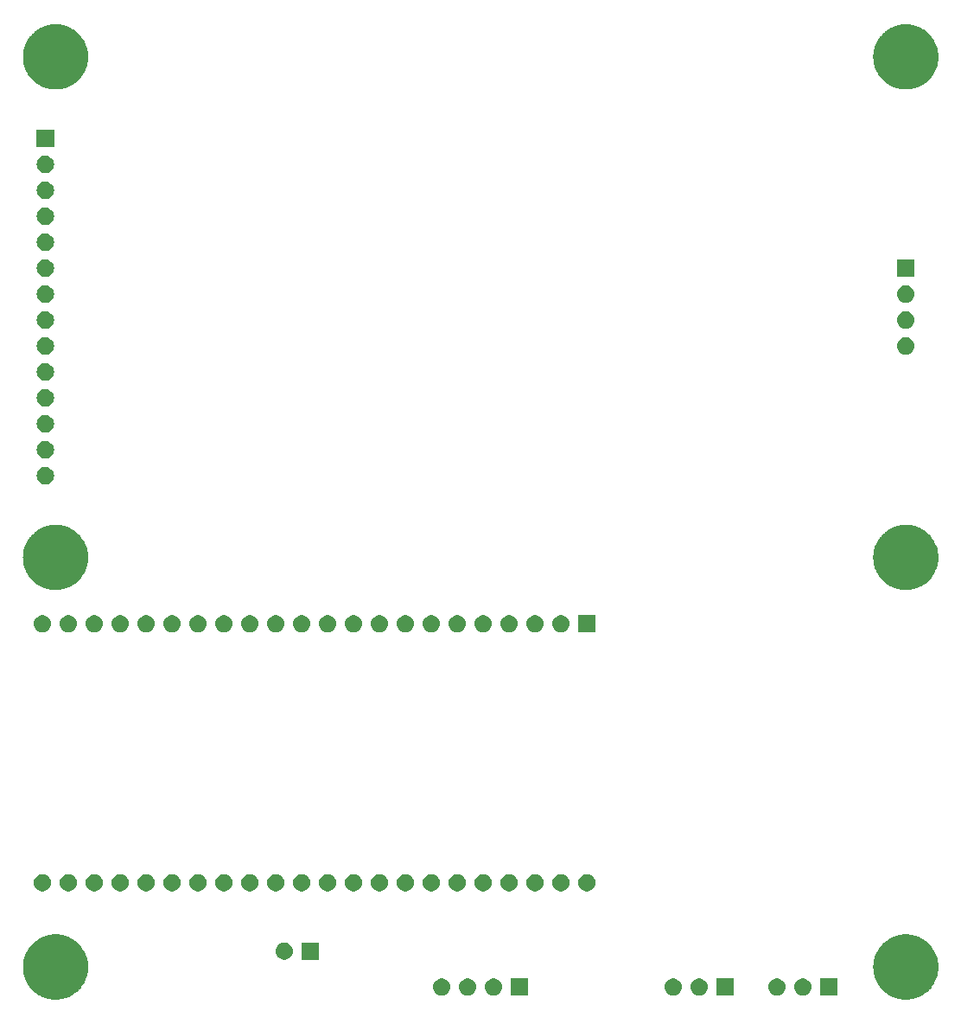
<source format=gbr>
G04 #@! TF.GenerationSoftware,KiCad,Pcbnew,7.0.10-7.0.10~ubuntu22.04.1*
G04 #@! TF.CreationDate,2024-01-08T19:12:50+01:00*
G04 #@! TF.ProjectId,Geiger Counter Mainboard,47656967-6572-4204-936f-756e74657220,1.0*
G04 #@! TF.SameCoordinates,Original*
G04 #@! TF.FileFunction,Soldermask,Bot*
G04 #@! TF.FilePolarity,Negative*
%FSLAX46Y46*%
G04 Gerber Fmt 4.6, Leading zero omitted, Abs format (unit mm)*
G04 Created by KiCad (PCBNEW 7.0.10-7.0.10~ubuntu22.04.1) date 2024-01-08 19:12:50*
%MOMM*%
%LPD*%
G01*
G04 APERTURE LIST*
G04 APERTURE END LIST*
G36*
X107999004Y-140758183D02*
G01*
X108087377Y-140758183D01*
X108181731Y-140768444D01*
X108272424Y-140773538D01*
X108350435Y-140786792D01*
X108431830Y-140795645D01*
X108530965Y-140817466D01*
X108626205Y-140833648D01*
X108696544Y-140853912D01*
X108770205Y-140870126D01*
X108872712Y-140904665D01*
X108971031Y-140932990D01*
X109033183Y-140958734D01*
X109098555Y-140980761D01*
X109202853Y-141029014D01*
X109302566Y-141070317D01*
X109356206Y-141099963D01*
X109413012Y-141126244D01*
X109517381Y-141189041D01*
X109616641Y-141243900D01*
X109661737Y-141275897D01*
X109709893Y-141304872D01*
X109812459Y-141382840D01*
X109909305Y-141451556D01*
X109946046Y-141484389D01*
X109985728Y-141514555D01*
X110084550Y-141608164D01*
X110176880Y-141690675D01*
X110205691Y-141722915D01*
X110237269Y-141752827D01*
X110330311Y-141862365D01*
X110415999Y-141958250D01*
X110437521Y-141988583D01*
X110461574Y-142016900D01*
X110546772Y-142142557D01*
X110623655Y-142250914D01*
X110638714Y-142278162D01*
X110656018Y-142303683D01*
X110731335Y-142445746D01*
X110797238Y-142564989D01*
X110806829Y-142588144D01*
X110818312Y-142609803D01*
X110881723Y-142768953D01*
X110934565Y-142896524D01*
X110939820Y-142914767D01*
X110946557Y-142931674D01*
X110996156Y-143110313D01*
X111033907Y-143241350D01*
X111036064Y-143254050D01*
X111039253Y-143265533D01*
X111073244Y-143472874D01*
X111094017Y-143595131D01*
X111094397Y-143601898D01*
X111095305Y-143607437D01*
X111111994Y-143915255D01*
X111114138Y-143953417D01*
X111111994Y-143991581D01*
X111095305Y-144299396D01*
X111094397Y-144304933D01*
X111094017Y-144311703D01*
X111073240Y-144433986D01*
X111039253Y-144641300D01*
X111036065Y-144652780D01*
X111033907Y-144665484D01*
X110996148Y-144796547D01*
X110946557Y-144975159D01*
X110939821Y-144992063D01*
X110934565Y-145010310D01*
X110881712Y-145137906D01*
X110818312Y-145297030D01*
X110806831Y-145318685D01*
X110797238Y-145341845D01*
X110731322Y-145461111D01*
X110656018Y-145603150D01*
X110638717Y-145628665D01*
X110623655Y-145655920D01*
X110546756Y-145764297D01*
X110461574Y-145889933D01*
X110437525Y-145918244D01*
X110415999Y-145948584D01*
X110330294Y-146044488D01*
X110237269Y-146154006D01*
X110205697Y-146183911D01*
X110176880Y-146216159D01*
X110084531Y-146298686D01*
X109985728Y-146392278D01*
X109946053Y-146422437D01*
X109909305Y-146455278D01*
X109812439Y-146524007D01*
X109709893Y-146601961D01*
X109661747Y-146630929D01*
X109616641Y-146662934D01*
X109517360Y-146717804D01*
X109413012Y-146780589D01*
X109356217Y-146806864D01*
X109302566Y-146836517D01*
X109202832Y-146877828D01*
X109098555Y-146926072D01*
X109033196Y-146948093D01*
X108971031Y-146973844D01*
X108872692Y-147002174D01*
X108770205Y-147036707D01*
X108696558Y-147052917D01*
X108626205Y-147073186D01*
X108530945Y-147089371D01*
X108431830Y-147111188D01*
X108350447Y-147120039D01*
X108272424Y-147133296D01*
X108181726Y-147138389D01*
X108087377Y-147148651D01*
X107999004Y-147148651D01*
X107914138Y-147153417D01*
X107829272Y-147148651D01*
X107740899Y-147148651D01*
X107646549Y-147138389D01*
X107555852Y-147133296D01*
X107477829Y-147120039D01*
X107396445Y-147111188D01*
X107297325Y-147089370D01*
X107202071Y-147073186D01*
X107131720Y-147052918D01*
X107058070Y-147036707D01*
X106955576Y-147002172D01*
X106857245Y-146973844D01*
X106795083Y-146948095D01*
X106729720Y-146926072D01*
X106625433Y-146877824D01*
X106525710Y-146836517D01*
X106472063Y-146806867D01*
X106415263Y-146780589D01*
X106310902Y-146717797D01*
X106211635Y-146662934D01*
X106166534Y-146630933D01*
X106118382Y-146601961D01*
X106015821Y-146523997D01*
X105918971Y-146455278D01*
X105882227Y-146422442D01*
X105842547Y-146392278D01*
X105743726Y-146298670D01*
X105651396Y-146216159D01*
X105622583Y-146183918D01*
X105591006Y-146154006D01*
X105497961Y-146044465D01*
X105412277Y-145948584D01*
X105390755Y-145918252D01*
X105366701Y-145889933D01*
X105281496Y-145764266D01*
X105204621Y-145655920D01*
X105189562Y-145628673D01*
X105172257Y-145603150D01*
X105096929Y-145461066D01*
X105031038Y-145341845D01*
X105021448Y-145318694D01*
X105009963Y-145297030D01*
X104946537Y-145137842D01*
X104893711Y-145010310D01*
X104888456Y-144992072D01*
X104881718Y-144975159D01*
X104832099Y-144796451D01*
X104794369Y-144665484D01*
X104792212Y-144652789D01*
X104789022Y-144641300D01*
X104755007Y-144433818D01*
X104734259Y-144311703D01*
X104733879Y-144304942D01*
X104732970Y-144299396D01*
X104716252Y-143991065D01*
X104714138Y-143953417D01*
X104716252Y-143915771D01*
X104732970Y-143607437D01*
X104733879Y-143601889D01*
X104734259Y-143595131D01*
X104755002Y-143473042D01*
X104789022Y-143265533D01*
X104792212Y-143254041D01*
X104794369Y-143241350D01*
X104832092Y-143110409D01*
X104881718Y-142931674D01*
X104888457Y-142914758D01*
X104893711Y-142896524D01*
X104946526Y-142769016D01*
X105009963Y-142609803D01*
X105021450Y-142588135D01*
X105031038Y-142564989D01*
X105096916Y-142445790D01*
X105172257Y-142303683D01*
X105189565Y-142278154D01*
X105204621Y-142250914D01*
X105281481Y-142142589D01*
X105366701Y-142016900D01*
X105390759Y-141988575D01*
X105412277Y-141958250D01*
X105497944Y-141862387D01*
X105591006Y-141752827D01*
X105622589Y-141722909D01*
X105651396Y-141690675D01*
X105743707Y-141608180D01*
X105842547Y-141514555D01*
X105882235Y-141484384D01*
X105918971Y-141451556D01*
X106015801Y-141382850D01*
X106118382Y-141304872D01*
X106166543Y-141275894D01*
X106211635Y-141243900D01*
X106310882Y-141189047D01*
X106415263Y-141126244D01*
X106472074Y-141099960D01*
X106525710Y-141070317D01*
X106625413Y-141029018D01*
X106729720Y-140980761D01*
X106795096Y-140958732D01*
X106857245Y-140932990D01*
X106955556Y-140904667D01*
X107058070Y-140870126D01*
X107131734Y-140853911D01*
X107202071Y-140833648D01*
X107297305Y-140817466D01*
X107396445Y-140795645D01*
X107477842Y-140786792D01*
X107555852Y-140773538D01*
X107646544Y-140768444D01*
X107740899Y-140758183D01*
X107829272Y-140758183D01*
X107914138Y-140753417D01*
X107999004Y-140758183D01*
G37*
G36*
X191299004Y-140758183D02*
G01*
X191387377Y-140758183D01*
X191481731Y-140768444D01*
X191572424Y-140773538D01*
X191650435Y-140786792D01*
X191731830Y-140795645D01*
X191830965Y-140817466D01*
X191926205Y-140833648D01*
X191996544Y-140853912D01*
X192070205Y-140870126D01*
X192172712Y-140904665D01*
X192271031Y-140932990D01*
X192333183Y-140958734D01*
X192398555Y-140980761D01*
X192502853Y-141029014D01*
X192602566Y-141070317D01*
X192656206Y-141099963D01*
X192713012Y-141126244D01*
X192817381Y-141189041D01*
X192916641Y-141243900D01*
X192961737Y-141275897D01*
X193009893Y-141304872D01*
X193112459Y-141382840D01*
X193209305Y-141451556D01*
X193246046Y-141484389D01*
X193285728Y-141514555D01*
X193384550Y-141608164D01*
X193476880Y-141690675D01*
X193505691Y-141722915D01*
X193537269Y-141752827D01*
X193630311Y-141862365D01*
X193715999Y-141958250D01*
X193737521Y-141988583D01*
X193761574Y-142016900D01*
X193846772Y-142142557D01*
X193923655Y-142250914D01*
X193938714Y-142278162D01*
X193956018Y-142303683D01*
X194031335Y-142445746D01*
X194097238Y-142564989D01*
X194106829Y-142588144D01*
X194118312Y-142609803D01*
X194181723Y-142768953D01*
X194234565Y-142896524D01*
X194239820Y-142914767D01*
X194246557Y-142931674D01*
X194296156Y-143110313D01*
X194333907Y-143241350D01*
X194336064Y-143254050D01*
X194339253Y-143265533D01*
X194373244Y-143472874D01*
X194394017Y-143595131D01*
X194394397Y-143601898D01*
X194395305Y-143607437D01*
X194411994Y-143915255D01*
X194414138Y-143953417D01*
X194411994Y-143991581D01*
X194395305Y-144299396D01*
X194394397Y-144304933D01*
X194394017Y-144311703D01*
X194373240Y-144433986D01*
X194339253Y-144641300D01*
X194336065Y-144652780D01*
X194333907Y-144665484D01*
X194296148Y-144796547D01*
X194246557Y-144975159D01*
X194239821Y-144992063D01*
X194234565Y-145010310D01*
X194181712Y-145137906D01*
X194118312Y-145297030D01*
X194106831Y-145318685D01*
X194097238Y-145341845D01*
X194031322Y-145461111D01*
X193956018Y-145603150D01*
X193938717Y-145628665D01*
X193923655Y-145655920D01*
X193846756Y-145764297D01*
X193761574Y-145889933D01*
X193737525Y-145918244D01*
X193715999Y-145948584D01*
X193630294Y-146044488D01*
X193537269Y-146154006D01*
X193505697Y-146183911D01*
X193476880Y-146216159D01*
X193384531Y-146298686D01*
X193285728Y-146392278D01*
X193246053Y-146422437D01*
X193209305Y-146455278D01*
X193112439Y-146524007D01*
X193009893Y-146601961D01*
X192961747Y-146630929D01*
X192916641Y-146662934D01*
X192817360Y-146717804D01*
X192713012Y-146780589D01*
X192656217Y-146806864D01*
X192602566Y-146836517D01*
X192502832Y-146877828D01*
X192398555Y-146926072D01*
X192333196Y-146948093D01*
X192271031Y-146973844D01*
X192172692Y-147002174D01*
X192070205Y-147036707D01*
X191996558Y-147052917D01*
X191926205Y-147073186D01*
X191830945Y-147089371D01*
X191731830Y-147111188D01*
X191650447Y-147120039D01*
X191572424Y-147133296D01*
X191481726Y-147138389D01*
X191387377Y-147148651D01*
X191299004Y-147148651D01*
X191214138Y-147153417D01*
X191129272Y-147148651D01*
X191040899Y-147148651D01*
X190946549Y-147138389D01*
X190855852Y-147133296D01*
X190777829Y-147120039D01*
X190696445Y-147111188D01*
X190597325Y-147089370D01*
X190502071Y-147073186D01*
X190431720Y-147052918D01*
X190358070Y-147036707D01*
X190255576Y-147002172D01*
X190157245Y-146973844D01*
X190095083Y-146948095D01*
X190029720Y-146926072D01*
X189925433Y-146877824D01*
X189825710Y-146836517D01*
X189772063Y-146806867D01*
X189715263Y-146780589D01*
X189610902Y-146717797D01*
X189511635Y-146662934D01*
X189466534Y-146630933D01*
X189418382Y-146601961D01*
X189315821Y-146523997D01*
X189218971Y-146455278D01*
X189182227Y-146422442D01*
X189142547Y-146392278D01*
X189043726Y-146298670D01*
X188951396Y-146216159D01*
X188922583Y-146183918D01*
X188891006Y-146154006D01*
X188797961Y-146044465D01*
X188712277Y-145948584D01*
X188690755Y-145918252D01*
X188666701Y-145889933D01*
X188581496Y-145764266D01*
X188504621Y-145655920D01*
X188489562Y-145628673D01*
X188472257Y-145603150D01*
X188396929Y-145461066D01*
X188331038Y-145341845D01*
X188321448Y-145318694D01*
X188309963Y-145297030D01*
X188246537Y-145137842D01*
X188193711Y-145010310D01*
X188188456Y-144992072D01*
X188181718Y-144975159D01*
X188132099Y-144796451D01*
X188094369Y-144665484D01*
X188092212Y-144652789D01*
X188089022Y-144641300D01*
X188055007Y-144433818D01*
X188034259Y-144311703D01*
X188033879Y-144304942D01*
X188032970Y-144299396D01*
X188016252Y-143991065D01*
X188014138Y-143953417D01*
X188016252Y-143915771D01*
X188032970Y-143607437D01*
X188033879Y-143601889D01*
X188034259Y-143595131D01*
X188055002Y-143473042D01*
X188089022Y-143265533D01*
X188092212Y-143254041D01*
X188094369Y-143241350D01*
X188132092Y-143110409D01*
X188181718Y-142931674D01*
X188188457Y-142914758D01*
X188193711Y-142896524D01*
X188246526Y-142769016D01*
X188309963Y-142609803D01*
X188321450Y-142588135D01*
X188331038Y-142564989D01*
X188396916Y-142445790D01*
X188472257Y-142303683D01*
X188489565Y-142278154D01*
X188504621Y-142250914D01*
X188581481Y-142142589D01*
X188666701Y-142016900D01*
X188690759Y-141988575D01*
X188712277Y-141958250D01*
X188797944Y-141862387D01*
X188891006Y-141752827D01*
X188922589Y-141722909D01*
X188951396Y-141690675D01*
X189043707Y-141608180D01*
X189142547Y-141514555D01*
X189182235Y-141484384D01*
X189218971Y-141451556D01*
X189315801Y-141382850D01*
X189418382Y-141304872D01*
X189466543Y-141275894D01*
X189511635Y-141243900D01*
X189610882Y-141189047D01*
X189715263Y-141126244D01*
X189772074Y-141099960D01*
X189825710Y-141070317D01*
X189925413Y-141029018D01*
X190029720Y-140980761D01*
X190095096Y-140958732D01*
X190157245Y-140932990D01*
X190255556Y-140904667D01*
X190358070Y-140870126D01*
X190431734Y-140853911D01*
X190502071Y-140833648D01*
X190597305Y-140817466D01*
X190696445Y-140795645D01*
X190777842Y-140786792D01*
X190855852Y-140773538D01*
X190946544Y-140768444D01*
X191040899Y-140758183D01*
X191129272Y-140758183D01*
X191214138Y-140753417D01*
X191299004Y-140758183D01*
G37*
G36*
X154224138Y-146773417D02*
G01*
X152524138Y-146773417D01*
X152524138Y-145073417D01*
X154224138Y-145073417D01*
X154224138Y-146773417D01*
G37*
G36*
X174334138Y-146773417D02*
G01*
X172634138Y-146773417D01*
X172634138Y-145073417D01*
X174334138Y-145073417D01*
X174334138Y-146773417D01*
G37*
G36*
X184494138Y-146773417D02*
G01*
X182794138Y-146773417D01*
X182794138Y-145073417D01*
X184494138Y-145073417D01*
X184494138Y-146773417D01*
G37*
G36*
X146016802Y-145115019D02*
G01*
X146179138Y-145187295D01*
X146322899Y-145291744D01*
X146441802Y-145423800D01*
X146530652Y-145577691D01*
X146585563Y-145746692D01*
X146604138Y-145923417D01*
X146585563Y-146100142D01*
X146530652Y-146269143D01*
X146441802Y-146423034D01*
X146322899Y-146555090D01*
X146179138Y-146659539D01*
X146016802Y-146731815D01*
X145842987Y-146768761D01*
X145665289Y-146768761D01*
X145491474Y-146731815D01*
X145329138Y-146659539D01*
X145185377Y-146555090D01*
X145066474Y-146423034D01*
X144977624Y-146269143D01*
X144922713Y-146100142D01*
X144904138Y-145923417D01*
X144922713Y-145746692D01*
X144977624Y-145577691D01*
X145066474Y-145423800D01*
X145185377Y-145291744D01*
X145329138Y-145187295D01*
X145491474Y-145115019D01*
X145665289Y-145078073D01*
X145842987Y-145078073D01*
X146016802Y-145115019D01*
G37*
G36*
X148556802Y-145115019D02*
G01*
X148719138Y-145187295D01*
X148862899Y-145291744D01*
X148981802Y-145423800D01*
X149070652Y-145577691D01*
X149125563Y-145746692D01*
X149144138Y-145923417D01*
X149125563Y-146100142D01*
X149070652Y-146269143D01*
X148981802Y-146423034D01*
X148862899Y-146555090D01*
X148719138Y-146659539D01*
X148556802Y-146731815D01*
X148382987Y-146768761D01*
X148205289Y-146768761D01*
X148031474Y-146731815D01*
X147869138Y-146659539D01*
X147725377Y-146555090D01*
X147606474Y-146423034D01*
X147517624Y-146269143D01*
X147462713Y-146100142D01*
X147444138Y-145923417D01*
X147462713Y-145746692D01*
X147517624Y-145577691D01*
X147606474Y-145423800D01*
X147725377Y-145291744D01*
X147869138Y-145187295D01*
X148031474Y-145115019D01*
X148205289Y-145078073D01*
X148382987Y-145078073D01*
X148556802Y-145115019D01*
G37*
G36*
X151096802Y-145115019D02*
G01*
X151259138Y-145187295D01*
X151402899Y-145291744D01*
X151521802Y-145423800D01*
X151610652Y-145577691D01*
X151665563Y-145746692D01*
X151684138Y-145923417D01*
X151665563Y-146100142D01*
X151610652Y-146269143D01*
X151521802Y-146423034D01*
X151402899Y-146555090D01*
X151259138Y-146659539D01*
X151096802Y-146731815D01*
X150922987Y-146768761D01*
X150745289Y-146768761D01*
X150571474Y-146731815D01*
X150409138Y-146659539D01*
X150265377Y-146555090D01*
X150146474Y-146423034D01*
X150057624Y-146269143D01*
X150002713Y-146100142D01*
X149984138Y-145923417D01*
X150002713Y-145746692D01*
X150057624Y-145577691D01*
X150146474Y-145423800D01*
X150265377Y-145291744D01*
X150409138Y-145187295D01*
X150571474Y-145115019D01*
X150745289Y-145078073D01*
X150922987Y-145078073D01*
X151096802Y-145115019D01*
G37*
G36*
X168666802Y-145115019D02*
G01*
X168829138Y-145187295D01*
X168972899Y-145291744D01*
X169091802Y-145423800D01*
X169180652Y-145577691D01*
X169235563Y-145746692D01*
X169254138Y-145923417D01*
X169235563Y-146100142D01*
X169180652Y-146269143D01*
X169091802Y-146423034D01*
X168972899Y-146555090D01*
X168829138Y-146659539D01*
X168666802Y-146731815D01*
X168492987Y-146768761D01*
X168315289Y-146768761D01*
X168141474Y-146731815D01*
X167979138Y-146659539D01*
X167835377Y-146555090D01*
X167716474Y-146423034D01*
X167627624Y-146269143D01*
X167572713Y-146100142D01*
X167554138Y-145923417D01*
X167572713Y-145746692D01*
X167627624Y-145577691D01*
X167716474Y-145423800D01*
X167835377Y-145291744D01*
X167979138Y-145187295D01*
X168141474Y-145115019D01*
X168315289Y-145078073D01*
X168492987Y-145078073D01*
X168666802Y-145115019D01*
G37*
G36*
X171206802Y-145115019D02*
G01*
X171369138Y-145187295D01*
X171512899Y-145291744D01*
X171631802Y-145423800D01*
X171720652Y-145577691D01*
X171775563Y-145746692D01*
X171794138Y-145923417D01*
X171775563Y-146100142D01*
X171720652Y-146269143D01*
X171631802Y-146423034D01*
X171512899Y-146555090D01*
X171369138Y-146659539D01*
X171206802Y-146731815D01*
X171032987Y-146768761D01*
X170855289Y-146768761D01*
X170681474Y-146731815D01*
X170519138Y-146659539D01*
X170375377Y-146555090D01*
X170256474Y-146423034D01*
X170167624Y-146269143D01*
X170112713Y-146100142D01*
X170094138Y-145923417D01*
X170112713Y-145746692D01*
X170167624Y-145577691D01*
X170256474Y-145423800D01*
X170375377Y-145291744D01*
X170519138Y-145187295D01*
X170681474Y-145115019D01*
X170855289Y-145078073D01*
X171032987Y-145078073D01*
X171206802Y-145115019D01*
G37*
G36*
X178826802Y-145115019D02*
G01*
X178989138Y-145187295D01*
X179132899Y-145291744D01*
X179251802Y-145423800D01*
X179340652Y-145577691D01*
X179395563Y-145746692D01*
X179414138Y-145923417D01*
X179395563Y-146100142D01*
X179340652Y-146269143D01*
X179251802Y-146423034D01*
X179132899Y-146555090D01*
X178989138Y-146659539D01*
X178826802Y-146731815D01*
X178652987Y-146768761D01*
X178475289Y-146768761D01*
X178301474Y-146731815D01*
X178139138Y-146659539D01*
X177995377Y-146555090D01*
X177876474Y-146423034D01*
X177787624Y-146269143D01*
X177732713Y-146100142D01*
X177714138Y-145923417D01*
X177732713Y-145746692D01*
X177787624Y-145577691D01*
X177876474Y-145423800D01*
X177995377Y-145291744D01*
X178139138Y-145187295D01*
X178301474Y-145115019D01*
X178475289Y-145078073D01*
X178652987Y-145078073D01*
X178826802Y-145115019D01*
G37*
G36*
X181366802Y-145115019D02*
G01*
X181529138Y-145187295D01*
X181672899Y-145291744D01*
X181791802Y-145423800D01*
X181880652Y-145577691D01*
X181935563Y-145746692D01*
X181954138Y-145923417D01*
X181935563Y-146100142D01*
X181880652Y-146269143D01*
X181791802Y-146423034D01*
X181672899Y-146555090D01*
X181529138Y-146659539D01*
X181366802Y-146731815D01*
X181192987Y-146768761D01*
X181015289Y-146768761D01*
X180841474Y-146731815D01*
X180679138Y-146659539D01*
X180535377Y-146555090D01*
X180416474Y-146423034D01*
X180327624Y-146269143D01*
X180272713Y-146100142D01*
X180254138Y-145923417D01*
X180272713Y-145746692D01*
X180327624Y-145577691D01*
X180416474Y-145423800D01*
X180535377Y-145291744D01*
X180679138Y-145187295D01*
X180841474Y-145115019D01*
X181015289Y-145078073D01*
X181192987Y-145078073D01*
X181366802Y-145115019D01*
G37*
G36*
X133694138Y-143253417D02*
G01*
X131994138Y-143253417D01*
X131994138Y-141553417D01*
X133694138Y-141553417D01*
X133694138Y-143253417D01*
G37*
G36*
X130566802Y-141595019D02*
G01*
X130729138Y-141667295D01*
X130872899Y-141771744D01*
X130991802Y-141903800D01*
X131080652Y-142057691D01*
X131135563Y-142226692D01*
X131154138Y-142403417D01*
X131135563Y-142580142D01*
X131080652Y-142749143D01*
X130991802Y-142903034D01*
X130872899Y-143035090D01*
X130729138Y-143139539D01*
X130566802Y-143211815D01*
X130392987Y-143248761D01*
X130215289Y-143248761D01*
X130041474Y-143211815D01*
X129879138Y-143139539D01*
X129735377Y-143035090D01*
X129616474Y-142903034D01*
X129527624Y-142749143D01*
X129472713Y-142580142D01*
X129454138Y-142403417D01*
X129472713Y-142226692D01*
X129527624Y-142057691D01*
X129616474Y-141903800D01*
X129735377Y-141771744D01*
X129879138Y-141667295D01*
X130041474Y-141595019D01*
X130215289Y-141558073D01*
X130392987Y-141558073D01*
X130566802Y-141595019D01*
G37*
G36*
X106906802Y-134895019D02*
G01*
X107069138Y-134967295D01*
X107212899Y-135071744D01*
X107331802Y-135203800D01*
X107420652Y-135357691D01*
X107475563Y-135526692D01*
X107494138Y-135703417D01*
X107475563Y-135880142D01*
X107420652Y-136049143D01*
X107331802Y-136203034D01*
X107212899Y-136335090D01*
X107069138Y-136439539D01*
X106906802Y-136511815D01*
X106732987Y-136548761D01*
X106555289Y-136548761D01*
X106381474Y-136511815D01*
X106219138Y-136439539D01*
X106075377Y-136335090D01*
X105956474Y-136203034D01*
X105867624Y-136049143D01*
X105812713Y-135880142D01*
X105794138Y-135703417D01*
X105812713Y-135526692D01*
X105867624Y-135357691D01*
X105956474Y-135203800D01*
X106075377Y-135071744D01*
X106219138Y-134967295D01*
X106381474Y-134895019D01*
X106555289Y-134858073D01*
X106732987Y-134858073D01*
X106906802Y-134895019D01*
G37*
G36*
X109446802Y-134895019D02*
G01*
X109609138Y-134967295D01*
X109752899Y-135071744D01*
X109871802Y-135203800D01*
X109960652Y-135357691D01*
X110015563Y-135526692D01*
X110034138Y-135703417D01*
X110015563Y-135880142D01*
X109960652Y-136049143D01*
X109871802Y-136203034D01*
X109752899Y-136335090D01*
X109609138Y-136439539D01*
X109446802Y-136511815D01*
X109272987Y-136548761D01*
X109095289Y-136548761D01*
X108921474Y-136511815D01*
X108759138Y-136439539D01*
X108615377Y-136335090D01*
X108496474Y-136203034D01*
X108407624Y-136049143D01*
X108352713Y-135880142D01*
X108334138Y-135703417D01*
X108352713Y-135526692D01*
X108407624Y-135357691D01*
X108496474Y-135203800D01*
X108615377Y-135071744D01*
X108759138Y-134967295D01*
X108921474Y-134895019D01*
X109095289Y-134858073D01*
X109272987Y-134858073D01*
X109446802Y-134895019D01*
G37*
G36*
X111986802Y-134895019D02*
G01*
X112149138Y-134967295D01*
X112292899Y-135071744D01*
X112411802Y-135203800D01*
X112500652Y-135357691D01*
X112555563Y-135526692D01*
X112574138Y-135703417D01*
X112555563Y-135880142D01*
X112500652Y-136049143D01*
X112411802Y-136203034D01*
X112292899Y-136335090D01*
X112149138Y-136439539D01*
X111986802Y-136511815D01*
X111812987Y-136548761D01*
X111635289Y-136548761D01*
X111461474Y-136511815D01*
X111299138Y-136439539D01*
X111155377Y-136335090D01*
X111036474Y-136203034D01*
X110947624Y-136049143D01*
X110892713Y-135880142D01*
X110874138Y-135703417D01*
X110892713Y-135526692D01*
X110947624Y-135357691D01*
X111036474Y-135203800D01*
X111155377Y-135071744D01*
X111299138Y-134967295D01*
X111461474Y-134895019D01*
X111635289Y-134858073D01*
X111812987Y-134858073D01*
X111986802Y-134895019D01*
G37*
G36*
X114526802Y-134895019D02*
G01*
X114689138Y-134967295D01*
X114832899Y-135071744D01*
X114951802Y-135203800D01*
X115040652Y-135357691D01*
X115095563Y-135526692D01*
X115114138Y-135703417D01*
X115095563Y-135880142D01*
X115040652Y-136049143D01*
X114951802Y-136203034D01*
X114832899Y-136335090D01*
X114689138Y-136439539D01*
X114526802Y-136511815D01*
X114352987Y-136548761D01*
X114175289Y-136548761D01*
X114001474Y-136511815D01*
X113839138Y-136439539D01*
X113695377Y-136335090D01*
X113576474Y-136203034D01*
X113487624Y-136049143D01*
X113432713Y-135880142D01*
X113414138Y-135703417D01*
X113432713Y-135526692D01*
X113487624Y-135357691D01*
X113576474Y-135203800D01*
X113695377Y-135071744D01*
X113839138Y-134967295D01*
X114001474Y-134895019D01*
X114175289Y-134858073D01*
X114352987Y-134858073D01*
X114526802Y-134895019D01*
G37*
G36*
X117066802Y-134895019D02*
G01*
X117229138Y-134967295D01*
X117372899Y-135071744D01*
X117491802Y-135203800D01*
X117580652Y-135357691D01*
X117635563Y-135526692D01*
X117654138Y-135703417D01*
X117635563Y-135880142D01*
X117580652Y-136049143D01*
X117491802Y-136203034D01*
X117372899Y-136335090D01*
X117229138Y-136439539D01*
X117066802Y-136511815D01*
X116892987Y-136548761D01*
X116715289Y-136548761D01*
X116541474Y-136511815D01*
X116379138Y-136439539D01*
X116235377Y-136335090D01*
X116116474Y-136203034D01*
X116027624Y-136049143D01*
X115972713Y-135880142D01*
X115954138Y-135703417D01*
X115972713Y-135526692D01*
X116027624Y-135357691D01*
X116116474Y-135203800D01*
X116235377Y-135071744D01*
X116379138Y-134967295D01*
X116541474Y-134895019D01*
X116715289Y-134858073D01*
X116892987Y-134858073D01*
X117066802Y-134895019D01*
G37*
G36*
X119606802Y-134895019D02*
G01*
X119769138Y-134967295D01*
X119912899Y-135071744D01*
X120031802Y-135203800D01*
X120120652Y-135357691D01*
X120175563Y-135526692D01*
X120194138Y-135703417D01*
X120175563Y-135880142D01*
X120120652Y-136049143D01*
X120031802Y-136203034D01*
X119912899Y-136335090D01*
X119769138Y-136439539D01*
X119606802Y-136511815D01*
X119432987Y-136548761D01*
X119255289Y-136548761D01*
X119081474Y-136511815D01*
X118919138Y-136439539D01*
X118775377Y-136335090D01*
X118656474Y-136203034D01*
X118567624Y-136049143D01*
X118512713Y-135880142D01*
X118494138Y-135703417D01*
X118512713Y-135526692D01*
X118567624Y-135357691D01*
X118656474Y-135203800D01*
X118775377Y-135071744D01*
X118919138Y-134967295D01*
X119081474Y-134895019D01*
X119255289Y-134858073D01*
X119432987Y-134858073D01*
X119606802Y-134895019D01*
G37*
G36*
X122146802Y-134895019D02*
G01*
X122309138Y-134967295D01*
X122452899Y-135071744D01*
X122571802Y-135203800D01*
X122660652Y-135357691D01*
X122715563Y-135526692D01*
X122734138Y-135703417D01*
X122715563Y-135880142D01*
X122660652Y-136049143D01*
X122571802Y-136203034D01*
X122452899Y-136335090D01*
X122309138Y-136439539D01*
X122146802Y-136511815D01*
X121972987Y-136548761D01*
X121795289Y-136548761D01*
X121621474Y-136511815D01*
X121459138Y-136439539D01*
X121315377Y-136335090D01*
X121196474Y-136203034D01*
X121107624Y-136049143D01*
X121052713Y-135880142D01*
X121034138Y-135703417D01*
X121052713Y-135526692D01*
X121107624Y-135357691D01*
X121196474Y-135203800D01*
X121315377Y-135071744D01*
X121459138Y-134967295D01*
X121621474Y-134895019D01*
X121795289Y-134858073D01*
X121972987Y-134858073D01*
X122146802Y-134895019D01*
G37*
G36*
X124686802Y-134895019D02*
G01*
X124849138Y-134967295D01*
X124992899Y-135071744D01*
X125111802Y-135203800D01*
X125200652Y-135357691D01*
X125255563Y-135526692D01*
X125274138Y-135703417D01*
X125255563Y-135880142D01*
X125200652Y-136049143D01*
X125111802Y-136203034D01*
X124992899Y-136335090D01*
X124849138Y-136439539D01*
X124686802Y-136511815D01*
X124512987Y-136548761D01*
X124335289Y-136548761D01*
X124161474Y-136511815D01*
X123999138Y-136439539D01*
X123855377Y-136335090D01*
X123736474Y-136203034D01*
X123647624Y-136049143D01*
X123592713Y-135880142D01*
X123574138Y-135703417D01*
X123592713Y-135526692D01*
X123647624Y-135357691D01*
X123736474Y-135203800D01*
X123855377Y-135071744D01*
X123999138Y-134967295D01*
X124161474Y-134895019D01*
X124335289Y-134858073D01*
X124512987Y-134858073D01*
X124686802Y-134895019D01*
G37*
G36*
X127226802Y-134895019D02*
G01*
X127389138Y-134967295D01*
X127532899Y-135071744D01*
X127651802Y-135203800D01*
X127740652Y-135357691D01*
X127795563Y-135526692D01*
X127814138Y-135703417D01*
X127795563Y-135880142D01*
X127740652Y-136049143D01*
X127651802Y-136203034D01*
X127532899Y-136335090D01*
X127389138Y-136439539D01*
X127226802Y-136511815D01*
X127052987Y-136548761D01*
X126875289Y-136548761D01*
X126701474Y-136511815D01*
X126539138Y-136439539D01*
X126395377Y-136335090D01*
X126276474Y-136203034D01*
X126187624Y-136049143D01*
X126132713Y-135880142D01*
X126114138Y-135703417D01*
X126132713Y-135526692D01*
X126187624Y-135357691D01*
X126276474Y-135203800D01*
X126395377Y-135071744D01*
X126539138Y-134967295D01*
X126701474Y-134895019D01*
X126875289Y-134858073D01*
X127052987Y-134858073D01*
X127226802Y-134895019D01*
G37*
G36*
X129766802Y-134895019D02*
G01*
X129929138Y-134967295D01*
X130072899Y-135071744D01*
X130191802Y-135203800D01*
X130280652Y-135357691D01*
X130335563Y-135526692D01*
X130354138Y-135703417D01*
X130335563Y-135880142D01*
X130280652Y-136049143D01*
X130191802Y-136203034D01*
X130072899Y-136335090D01*
X129929138Y-136439539D01*
X129766802Y-136511815D01*
X129592987Y-136548761D01*
X129415289Y-136548761D01*
X129241474Y-136511815D01*
X129079138Y-136439539D01*
X128935377Y-136335090D01*
X128816474Y-136203034D01*
X128727624Y-136049143D01*
X128672713Y-135880142D01*
X128654138Y-135703417D01*
X128672713Y-135526692D01*
X128727624Y-135357691D01*
X128816474Y-135203800D01*
X128935377Y-135071744D01*
X129079138Y-134967295D01*
X129241474Y-134895019D01*
X129415289Y-134858073D01*
X129592987Y-134858073D01*
X129766802Y-134895019D01*
G37*
G36*
X132306802Y-134895019D02*
G01*
X132469138Y-134967295D01*
X132612899Y-135071744D01*
X132731802Y-135203800D01*
X132820652Y-135357691D01*
X132875563Y-135526692D01*
X132894138Y-135703417D01*
X132875563Y-135880142D01*
X132820652Y-136049143D01*
X132731802Y-136203034D01*
X132612899Y-136335090D01*
X132469138Y-136439539D01*
X132306802Y-136511815D01*
X132132987Y-136548761D01*
X131955289Y-136548761D01*
X131781474Y-136511815D01*
X131619138Y-136439539D01*
X131475377Y-136335090D01*
X131356474Y-136203034D01*
X131267624Y-136049143D01*
X131212713Y-135880142D01*
X131194138Y-135703417D01*
X131212713Y-135526692D01*
X131267624Y-135357691D01*
X131356474Y-135203800D01*
X131475377Y-135071744D01*
X131619138Y-134967295D01*
X131781474Y-134895019D01*
X131955289Y-134858073D01*
X132132987Y-134858073D01*
X132306802Y-134895019D01*
G37*
G36*
X134846802Y-134895019D02*
G01*
X135009138Y-134967295D01*
X135152899Y-135071744D01*
X135271802Y-135203800D01*
X135360652Y-135357691D01*
X135415563Y-135526692D01*
X135434138Y-135703417D01*
X135415563Y-135880142D01*
X135360652Y-136049143D01*
X135271802Y-136203034D01*
X135152899Y-136335090D01*
X135009138Y-136439539D01*
X134846802Y-136511815D01*
X134672987Y-136548761D01*
X134495289Y-136548761D01*
X134321474Y-136511815D01*
X134159138Y-136439539D01*
X134015377Y-136335090D01*
X133896474Y-136203034D01*
X133807624Y-136049143D01*
X133752713Y-135880142D01*
X133734138Y-135703417D01*
X133752713Y-135526692D01*
X133807624Y-135357691D01*
X133896474Y-135203800D01*
X134015377Y-135071744D01*
X134159138Y-134967295D01*
X134321474Y-134895019D01*
X134495289Y-134858073D01*
X134672987Y-134858073D01*
X134846802Y-134895019D01*
G37*
G36*
X137386802Y-134895019D02*
G01*
X137549138Y-134967295D01*
X137692899Y-135071744D01*
X137811802Y-135203800D01*
X137900652Y-135357691D01*
X137955563Y-135526692D01*
X137974138Y-135703417D01*
X137955563Y-135880142D01*
X137900652Y-136049143D01*
X137811802Y-136203034D01*
X137692899Y-136335090D01*
X137549138Y-136439539D01*
X137386802Y-136511815D01*
X137212987Y-136548761D01*
X137035289Y-136548761D01*
X136861474Y-136511815D01*
X136699138Y-136439539D01*
X136555377Y-136335090D01*
X136436474Y-136203034D01*
X136347624Y-136049143D01*
X136292713Y-135880142D01*
X136274138Y-135703417D01*
X136292713Y-135526692D01*
X136347624Y-135357691D01*
X136436474Y-135203800D01*
X136555377Y-135071744D01*
X136699138Y-134967295D01*
X136861474Y-134895019D01*
X137035289Y-134858073D01*
X137212987Y-134858073D01*
X137386802Y-134895019D01*
G37*
G36*
X139926802Y-134895019D02*
G01*
X140089138Y-134967295D01*
X140232899Y-135071744D01*
X140351802Y-135203800D01*
X140440652Y-135357691D01*
X140495563Y-135526692D01*
X140514138Y-135703417D01*
X140495563Y-135880142D01*
X140440652Y-136049143D01*
X140351802Y-136203034D01*
X140232899Y-136335090D01*
X140089138Y-136439539D01*
X139926802Y-136511815D01*
X139752987Y-136548761D01*
X139575289Y-136548761D01*
X139401474Y-136511815D01*
X139239138Y-136439539D01*
X139095377Y-136335090D01*
X138976474Y-136203034D01*
X138887624Y-136049143D01*
X138832713Y-135880142D01*
X138814138Y-135703417D01*
X138832713Y-135526692D01*
X138887624Y-135357691D01*
X138976474Y-135203800D01*
X139095377Y-135071744D01*
X139239138Y-134967295D01*
X139401474Y-134895019D01*
X139575289Y-134858073D01*
X139752987Y-134858073D01*
X139926802Y-134895019D01*
G37*
G36*
X142466802Y-134895019D02*
G01*
X142629138Y-134967295D01*
X142772899Y-135071744D01*
X142891802Y-135203800D01*
X142980652Y-135357691D01*
X143035563Y-135526692D01*
X143054138Y-135703417D01*
X143035563Y-135880142D01*
X142980652Y-136049143D01*
X142891802Y-136203034D01*
X142772899Y-136335090D01*
X142629138Y-136439539D01*
X142466802Y-136511815D01*
X142292987Y-136548761D01*
X142115289Y-136548761D01*
X141941474Y-136511815D01*
X141779138Y-136439539D01*
X141635377Y-136335090D01*
X141516474Y-136203034D01*
X141427624Y-136049143D01*
X141372713Y-135880142D01*
X141354138Y-135703417D01*
X141372713Y-135526692D01*
X141427624Y-135357691D01*
X141516474Y-135203800D01*
X141635377Y-135071744D01*
X141779138Y-134967295D01*
X141941474Y-134895019D01*
X142115289Y-134858073D01*
X142292987Y-134858073D01*
X142466802Y-134895019D01*
G37*
G36*
X145006802Y-134895019D02*
G01*
X145169138Y-134967295D01*
X145312899Y-135071744D01*
X145431802Y-135203800D01*
X145520652Y-135357691D01*
X145575563Y-135526692D01*
X145594138Y-135703417D01*
X145575563Y-135880142D01*
X145520652Y-136049143D01*
X145431802Y-136203034D01*
X145312899Y-136335090D01*
X145169138Y-136439539D01*
X145006802Y-136511815D01*
X144832987Y-136548761D01*
X144655289Y-136548761D01*
X144481474Y-136511815D01*
X144319138Y-136439539D01*
X144175377Y-136335090D01*
X144056474Y-136203034D01*
X143967624Y-136049143D01*
X143912713Y-135880142D01*
X143894138Y-135703417D01*
X143912713Y-135526692D01*
X143967624Y-135357691D01*
X144056474Y-135203800D01*
X144175377Y-135071744D01*
X144319138Y-134967295D01*
X144481474Y-134895019D01*
X144655289Y-134858073D01*
X144832987Y-134858073D01*
X145006802Y-134895019D01*
G37*
G36*
X147546802Y-134895019D02*
G01*
X147709138Y-134967295D01*
X147852899Y-135071744D01*
X147971802Y-135203800D01*
X148060652Y-135357691D01*
X148115563Y-135526692D01*
X148134138Y-135703417D01*
X148115563Y-135880142D01*
X148060652Y-136049143D01*
X147971802Y-136203034D01*
X147852899Y-136335090D01*
X147709138Y-136439539D01*
X147546802Y-136511815D01*
X147372987Y-136548761D01*
X147195289Y-136548761D01*
X147021474Y-136511815D01*
X146859138Y-136439539D01*
X146715377Y-136335090D01*
X146596474Y-136203034D01*
X146507624Y-136049143D01*
X146452713Y-135880142D01*
X146434138Y-135703417D01*
X146452713Y-135526692D01*
X146507624Y-135357691D01*
X146596474Y-135203800D01*
X146715377Y-135071744D01*
X146859138Y-134967295D01*
X147021474Y-134895019D01*
X147195289Y-134858073D01*
X147372987Y-134858073D01*
X147546802Y-134895019D01*
G37*
G36*
X150086802Y-134895019D02*
G01*
X150249138Y-134967295D01*
X150392899Y-135071744D01*
X150511802Y-135203800D01*
X150600652Y-135357691D01*
X150655563Y-135526692D01*
X150674138Y-135703417D01*
X150655563Y-135880142D01*
X150600652Y-136049143D01*
X150511802Y-136203034D01*
X150392899Y-136335090D01*
X150249138Y-136439539D01*
X150086802Y-136511815D01*
X149912987Y-136548761D01*
X149735289Y-136548761D01*
X149561474Y-136511815D01*
X149399138Y-136439539D01*
X149255377Y-136335090D01*
X149136474Y-136203034D01*
X149047624Y-136049143D01*
X148992713Y-135880142D01*
X148974138Y-135703417D01*
X148992713Y-135526692D01*
X149047624Y-135357691D01*
X149136474Y-135203800D01*
X149255377Y-135071744D01*
X149399138Y-134967295D01*
X149561474Y-134895019D01*
X149735289Y-134858073D01*
X149912987Y-134858073D01*
X150086802Y-134895019D01*
G37*
G36*
X152626802Y-134895019D02*
G01*
X152789138Y-134967295D01*
X152932899Y-135071744D01*
X153051802Y-135203800D01*
X153140652Y-135357691D01*
X153195563Y-135526692D01*
X153214138Y-135703417D01*
X153195563Y-135880142D01*
X153140652Y-136049143D01*
X153051802Y-136203034D01*
X152932899Y-136335090D01*
X152789138Y-136439539D01*
X152626802Y-136511815D01*
X152452987Y-136548761D01*
X152275289Y-136548761D01*
X152101474Y-136511815D01*
X151939138Y-136439539D01*
X151795377Y-136335090D01*
X151676474Y-136203034D01*
X151587624Y-136049143D01*
X151532713Y-135880142D01*
X151514138Y-135703417D01*
X151532713Y-135526692D01*
X151587624Y-135357691D01*
X151676474Y-135203800D01*
X151795377Y-135071744D01*
X151939138Y-134967295D01*
X152101474Y-134895019D01*
X152275289Y-134858073D01*
X152452987Y-134858073D01*
X152626802Y-134895019D01*
G37*
G36*
X155166802Y-134895019D02*
G01*
X155329138Y-134967295D01*
X155472899Y-135071744D01*
X155591802Y-135203800D01*
X155680652Y-135357691D01*
X155735563Y-135526692D01*
X155754138Y-135703417D01*
X155735563Y-135880142D01*
X155680652Y-136049143D01*
X155591802Y-136203034D01*
X155472899Y-136335090D01*
X155329138Y-136439539D01*
X155166802Y-136511815D01*
X154992987Y-136548761D01*
X154815289Y-136548761D01*
X154641474Y-136511815D01*
X154479138Y-136439539D01*
X154335377Y-136335090D01*
X154216474Y-136203034D01*
X154127624Y-136049143D01*
X154072713Y-135880142D01*
X154054138Y-135703417D01*
X154072713Y-135526692D01*
X154127624Y-135357691D01*
X154216474Y-135203800D01*
X154335377Y-135071744D01*
X154479138Y-134967295D01*
X154641474Y-134895019D01*
X154815289Y-134858073D01*
X154992987Y-134858073D01*
X155166802Y-134895019D01*
G37*
G36*
X157706802Y-134895019D02*
G01*
X157869138Y-134967295D01*
X158012899Y-135071744D01*
X158131802Y-135203800D01*
X158220652Y-135357691D01*
X158275563Y-135526692D01*
X158294138Y-135703417D01*
X158275563Y-135880142D01*
X158220652Y-136049143D01*
X158131802Y-136203034D01*
X158012899Y-136335090D01*
X157869138Y-136439539D01*
X157706802Y-136511815D01*
X157532987Y-136548761D01*
X157355289Y-136548761D01*
X157181474Y-136511815D01*
X157019138Y-136439539D01*
X156875377Y-136335090D01*
X156756474Y-136203034D01*
X156667624Y-136049143D01*
X156612713Y-135880142D01*
X156594138Y-135703417D01*
X156612713Y-135526692D01*
X156667624Y-135357691D01*
X156756474Y-135203800D01*
X156875377Y-135071744D01*
X157019138Y-134967295D01*
X157181474Y-134895019D01*
X157355289Y-134858073D01*
X157532987Y-134858073D01*
X157706802Y-134895019D01*
G37*
G36*
X160246802Y-134895019D02*
G01*
X160409138Y-134967295D01*
X160552899Y-135071744D01*
X160671802Y-135203800D01*
X160760652Y-135357691D01*
X160815563Y-135526692D01*
X160834138Y-135703417D01*
X160815563Y-135880142D01*
X160760652Y-136049143D01*
X160671802Y-136203034D01*
X160552899Y-136335090D01*
X160409138Y-136439539D01*
X160246802Y-136511815D01*
X160072987Y-136548761D01*
X159895289Y-136548761D01*
X159721474Y-136511815D01*
X159559138Y-136439539D01*
X159415377Y-136335090D01*
X159296474Y-136203034D01*
X159207624Y-136049143D01*
X159152713Y-135880142D01*
X159134138Y-135703417D01*
X159152713Y-135526692D01*
X159207624Y-135357691D01*
X159296474Y-135203800D01*
X159415377Y-135071744D01*
X159559138Y-134967295D01*
X159721474Y-134895019D01*
X159895289Y-134858073D01*
X160072987Y-134858073D01*
X160246802Y-134895019D01*
G37*
G36*
X160834138Y-111213417D02*
G01*
X159134138Y-111213417D01*
X159134138Y-109513417D01*
X160834138Y-109513417D01*
X160834138Y-111213417D01*
G37*
G36*
X106906802Y-109555019D02*
G01*
X107069138Y-109627295D01*
X107212899Y-109731744D01*
X107331802Y-109863800D01*
X107420652Y-110017691D01*
X107475563Y-110186692D01*
X107494138Y-110363417D01*
X107475563Y-110540142D01*
X107420652Y-110709143D01*
X107331802Y-110863034D01*
X107212899Y-110995090D01*
X107069138Y-111099539D01*
X106906802Y-111171815D01*
X106732987Y-111208761D01*
X106555289Y-111208761D01*
X106381474Y-111171815D01*
X106219138Y-111099539D01*
X106075377Y-110995090D01*
X105956474Y-110863034D01*
X105867624Y-110709143D01*
X105812713Y-110540142D01*
X105794138Y-110363417D01*
X105812713Y-110186692D01*
X105867624Y-110017691D01*
X105956474Y-109863800D01*
X106075377Y-109731744D01*
X106219138Y-109627295D01*
X106381474Y-109555019D01*
X106555289Y-109518073D01*
X106732987Y-109518073D01*
X106906802Y-109555019D01*
G37*
G36*
X109446802Y-109555019D02*
G01*
X109609138Y-109627295D01*
X109752899Y-109731744D01*
X109871802Y-109863800D01*
X109960652Y-110017691D01*
X110015563Y-110186692D01*
X110034138Y-110363417D01*
X110015563Y-110540142D01*
X109960652Y-110709143D01*
X109871802Y-110863034D01*
X109752899Y-110995090D01*
X109609138Y-111099539D01*
X109446802Y-111171815D01*
X109272987Y-111208761D01*
X109095289Y-111208761D01*
X108921474Y-111171815D01*
X108759138Y-111099539D01*
X108615377Y-110995090D01*
X108496474Y-110863034D01*
X108407624Y-110709143D01*
X108352713Y-110540142D01*
X108334138Y-110363417D01*
X108352713Y-110186692D01*
X108407624Y-110017691D01*
X108496474Y-109863800D01*
X108615377Y-109731744D01*
X108759138Y-109627295D01*
X108921474Y-109555019D01*
X109095289Y-109518073D01*
X109272987Y-109518073D01*
X109446802Y-109555019D01*
G37*
G36*
X111986802Y-109555019D02*
G01*
X112149138Y-109627295D01*
X112292899Y-109731744D01*
X112411802Y-109863800D01*
X112500652Y-110017691D01*
X112555563Y-110186692D01*
X112574138Y-110363417D01*
X112555563Y-110540142D01*
X112500652Y-110709143D01*
X112411802Y-110863034D01*
X112292899Y-110995090D01*
X112149138Y-111099539D01*
X111986802Y-111171815D01*
X111812987Y-111208761D01*
X111635289Y-111208761D01*
X111461474Y-111171815D01*
X111299138Y-111099539D01*
X111155377Y-110995090D01*
X111036474Y-110863034D01*
X110947624Y-110709143D01*
X110892713Y-110540142D01*
X110874138Y-110363417D01*
X110892713Y-110186692D01*
X110947624Y-110017691D01*
X111036474Y-109863800D01*
X111155377Y-109731744D01*
X111299138Y-109627295D01*
X111461474Y-109555019D01*
X111635289Y-109518073D01*
X111812987Y-109518073D01*
X111986802Y-109555019D01*
G37*
G36*
X114526802Y-109555019D02*
G01*
X114689138Y-109627295D01*
X114832899Y-109731744D01*
X114951802Y-109863800D01*
X115040652Y-110017691D01*
X115095563Y-110186692D01*
X115114138Y-110363417D01*
X115095563Y-110540142D01*
X115040652Y-110709143D01*
X114951802Y-110863034D01*
X114832899Y-110995090D01*
X114689138Y-111099539D01*
X114526802Y-111171815D01*
X114352987Y-111208761D01*
X114175289Y-111208761D01*
X114001474Y-111171815D01*
X113839138Y-111099539D01*
X113695377Y-110995090D01*
X113576474Y-110863034D01*
X113487624Y-110709143D01*
X113432713Y-110540142D01*
X113414138Y-110363417D01*
X113432713Y-110186692D01*
X113487624Y-110017691D01*
X113576474Y-109863800D01*
X113695377Y-109731744D01*
X113839138Y-109627295D01*
X114001474Y-109555019D01*
X114175289Y-109518073D01*
X114352987Y-109518073D01*
X114526802Y-109555019D01*
G37*
G36*
X117066802Y-109555019D02*
G01*
X117229138Y-109627295D01*
X117372899Y-109731744D01*
X117491802Y-109863800D01*
X117580652Y-110017691D01*
X117635563Y-110186692D01*
X117654138Y-110363417D01*
X117635563Y-110540142D01*
X117580652Y-110709143D01*
X117491802Y-110863034D01*
X117372899Y-110995090D01*
X117229138Y-111099539D01*
X117066802Y-111171815D01*
X116892987Y-111208761D01*
X116715289Y-111208761D01*
X116541474Y-111171815D01*
X116379138Y-111099539D01*
X116235377Y-110995090D01*
X116116474Y-110863034D01*
X116027624Y-110709143D01*
X115972713Y-110540142D01*
X115954138Y-110363417D01*
X115972713Y-110186692D01*
X116027624Y-110017691D01*
X116116474Y-109863800D01*
X116235377Y-109731744D01*
X116379138Y-109627295D01*
X116541474Y-109555019D01*
X116715289Y-109518073D01*
X116892987Y-109518073D01*
X117066802Y-109555019D01*
G37*
G36*
X119606802Y-109555019D02*
G01*
X119769138Y-109627295D01*
X119912899Y-109731744D01*
X120031802Y-109863800D01*
X120120652Y-110017691D01*
X120175563Y-110186692D01*
X120194138Y-110363417D01*
X120175563Y-110540142D01*
X120120652Y-110709143D01*
X120031802Y-110863034D01*
X119912899Y-110995090D01*
X119769138Y-111099539D01*
X119606802Y-111171815D01*
X119432987Y-111208761D01*
X119255289Y-111208761D01*
X119081474Y-111171815D01*
X118919138Y-111099539D01*
X118775377Y-110995090D01*
X118656474Y-110863034D01*
X118567624Y-110709143D01*
X118512713Y-110540142D01*
X118494138Y-110363417D01*
X118512713Y-110186692D01*
X118567624Y-110017691D01*
X118656474Y-109863800D01*
X118775377Y-109731744D01*
X118919138Y-109627295D01*
X119081474Y-109555019D01*
X119255289Y-109518073D01*
X119432987Y-109518073D01*
X119606802Y-109555019D01*
G37*
G36*
X122146802Y-109555019D02*
G01*
X122309138Y-109627295D01*
X122452899Y-109731744D01*
X122571802Y-109863800D01*
X122660652Y-110017691D01*
X122715563Y-110186692D01*
X122734138Y-110363417D01*
X122715563Y-110540142D01*
X122660652Y-110709143D01*
X122571802Y-110863034D01*
X122452899Y-110995090D01*
X122309138Y-111099539D01*
X122146802Y-111171815D01*
X121972987Y-111208761D01*
X121795289Y-111208761D01*
X121621474Y-111171815D01*
X121459138Y-111099539D01*
X121315377Y-110995090D01*
X121196474Y-110863034D01*
X121107624Y-110709143D01*
X121052713Y-110540142D01*
X121034138Y-110363417D01*
X121052713Y-110186692D01*
X121107624Y-110017691D01*
X121196474Y-109863800D01*
X121315377Y-109731744D01*
X121459138Y-109627295D01*
X121621474Y-109555019D01*
X121795289Y-109518073D01*
X121972987Y-109518073D01*
X122146802Y-109555019D01*
G37*
G36*
X124686802Y-109555019D02*
G01*
X124849138Y-109627295D01*
X124992899Y-109731744D01*
X125111802Y-109863800D01*
X125200652Y-110017691D01*
X125255563Y-110186692D01*
X125274138Y-110363417D01*
X125255563Y-110540142D01*
X125200652Y-110709143D01*
X125111802Y-110863034D01*
X124992899Y-110995090D01*
X124849138Y-111099539D01*
X124686802Y-111171815D01*
X124512987Y-111208761D01*
X124335289Y-111208761D01*
X124161474Y-111171815D01*
X123999138Y-111099539D01*
X123855377Y-110995090D01*
X123736474Y-110863034D01*
X123647624Y-110709143D01*
X123592713Y-110540142D01*
X123574138Y-110363417D01*
X123592713Y-110186692D01*
X123647624Y-110017691D01*
X123736474Y-109863800D01*
X123855377Y-109731744D01*
X123999138Y-109627295D01*
X124161474Y-109555019D01*
X124335289Y-109518073D01*
X124512987Y-109518073D01*
X124686802Y-109555019D01*
G37*
G36*
X127226802Y-109555019D02*
G01*
X127389138Y-109627295D01*
X127532899Y-109731744D01*
X127651802Y-109863800D01*
X127740652Y-110017691D01*
X127795563Y-110186692D01*
X127814138Y-110363417D01*
X127795563Y-110540142D01*
X127740652Y-110709143D01*
X127651802Y-110863034D01*
X127532899Y-110995090D01*
X127389138Y-111099539D01*
X127226802Y-111171815D01*
X127052987Y-111208761D01*
X126875289Y-111208761D01*
X126701474Y-111171815D01*
X126539138Y-111099539D01*
X126395377Y-110995090D01*
X126276474Y-110863034D01*
X126187624Y-110709143D01*
X126132713Y-110540142D01*
X126114138Y-110363417D01*
X126132713Y-110186692D01*
X126187624Y-110017691D01*
X126276474Y-109863800D01*
X126395377Y-109731744D01*
X126539138Y-109627295D01*
X126701474Y-109555019D01*
X126875289Y-109518073D01*
X127052987Y-109518073D01*
X127226802Y-109555019D01*
G37*
G36*
X129766802Y-109555019D02*
G01*
X129929138Y-109627295D01*
X130072899Y-109731744D01*
X130191802Y-109863800D01*
X130280652Y-110017691D01*
X130335563Y-110186692D01*
X130354138Y-110363417D01*
X130335563Y-110540142D01*
X130280652Y-110709143D01*
X130191802Y-110863034D01*
X130072899Y-110995090D01*
X129929138Y-111099539D01*
X129766802Y-111171815D01*
X129592987Y-111208761D01*
X129415289Y-111208761D01*
X129241474Y-111171815D01*
X129079138Y-111099539D01*
X128935377Y-110995090D01*
X128816474Y-110863034D01*
X128727624Y-110709143D01*
X128672713Y-110540142D01*
X128654138Y-110363417D01*
X128672713Y-110186692D01*
X128727624Y-110017691D01*
X128816474Y-109863800D01*
X128935377Y-109731744D01*
X129079138Y-109627295D01*
X129241474Y-109555019D01*
X129415289Y-109518073D01*
X129592987Y-109518073D01*
X129766802Y-109555019D01*
G37*
G36*
X132306802Y-109555019D02*
G01*
X132469138Y-109627295D01*
X132612899Y-109731744D01*
X132731802Y-109863800D01*
X132820652Y-110017691D01*
X132875563Y-110186692D01*
X132894138Y-110363417D01*
X132875563Y-110540142D01*
X132820652Y-110709143D01*
X132731802Y-110863034D01*
X132612899Y-110995090D01*
X132469138Y-111099539D01*
X132306802Y-111171815D01*
X132132987Y-111208761D01*
X131955289Y-111208761D01*
X131781474Y-111171815D01*
X131619138Y-111099539D01*
X131475377Y-110995090D01*
X131356474Y-110863034D01*
X131267624Y-110709143D01*
X131212713Y-110540142D01*
X131194138Y-110363417D01*
X131212713Y-110186692D01*
X131267624Y-110017691D01*
X131356474Y-109863800D01*
X131475377Y-109731744D01*
X131619138Y-109627295D01*
X131781474Y-109555019D01*
X131955289Y-109518073D01*
X132132987Y-109518073D01*
X132306802Y-109555019D01*
G37*
G36*
X134846802Y-109555019D02*
G01*
X135009138Y-109627295D01*
X135152899Y-109731744D01*
X135271802Y-109863800D01*
X135360652Y-110017691D01*
X135415563Y-110186692D01*
X135434138Y-110363417D01*
X135415563Y-110540142D01*
X135360652Y-110709143D01*
X135271802Y-110863034D01*
X135152899Y-110995090D01*
X135009138Y-111099539D01*
X134846802Y-111171815D01*
X134672987Y-111208761D01*
X134495289Y-111208761D01*
X134321474Y-111171815D01*
X134159138Y-111099539D01*
X134015377Y-110995090D01*
X133896474Y-110863034D01*
X133807624Y-110709143D01*
X133752713Y-110540142D01*
X133734138Y-110363417D01*
X133752713Y-110186692D01*
X133807624Y-110017691D01*
X133896474Y-109863800D01*
X134015377Y-109731744D01*
X134159138Y-109627295D01*
X134321474Y-109555019D01*
X134495289Y-109518073D01*
X134672987Y-109518073D01*
X134846802Y-109555019D01*
G37*
G36*
X137386802Y-109555019D02*
G01*
X137549138Y-109627295D01*
X137692899Y-109731744D01*
X137811802Y-109863800D01*
X137900652Y-110017691D01*
X137955563Y-110186692D01*
X137974138Y-110363417D01*
X137955563Y-110540142D01*
X137900652Y-110709143D01*
X137811802Y-110863034D01*
X137692899Y-110995090D01*
X137549138Y-111099539D01*
X137386802Y-111171815D01*
X137212987Y-111208761D01*
X137035289Y-111208761D01*
X136861474Y-111171815D01*
X136699138Y-111099539D01*
X136555377Y-110995090D01*
X136436474Y-110863034D01*
X136347624Y-110709143D01*
X136292713Y-110540142D01*
X136274138Y-110363417D01*
X136292713Y-110186692D01*
X136347624Y-110017691D01*
X136436474Y-109863800D01*
X136555377Y-109731744D01*
X136699138Y-109627295D01*
X136861474Y-109555019D01*
X137035289Y-109518073D01*
X137212987Y-109518073D01*
X137386802Y-109555019D01*
G37*
G36*
X139926802Y-109555019D02*
G01*
X140089138Y-109627295D01*
X140232899Y-109731744D01*
X140351802Y-109863800D01*
X140440652Y-110017691D01*
X140495563Y-110186692D01*
X140514138Y-110363417D01*
X140495563Y-110540142D01*
X140440652Y-110709143D01*
X140351802Y-110863034D01*
X140232899Y-110995090D01*
X140089138Y-111099539D01*
X139926802Y-111171815D01*
X139752987Y-111208761D01*
X139575289Y-111208761D01*
X139401474Y-111171815D01*
X139239138Y-111099539D01*
X139095377Y-110995090D01*
X138976474Y-110863034D01*
X138887624Y-110709143D01*
X138832713Y-110540142D01*
X138814138Y-110363417D01*
X138832713Y-110186692D01*
X138887624Y-110017691D01*
X138976474Y-109863800D01*
X139095377Y-109731744D01*
X139239138Y-109627295D01*
X139401474Y-109555019D01*
X139575289Y-109518073D01*
X139752987Y-109518073D01*
X139926802Y-109555019D01*
G37*
G36*
X142466802Y-109555019D02*
G01*
X142629138Y-109627295D01*
X142772899Y-109731744D01*
X142891802Y-109863800D01*
X142980652Y-110017691D01*
X143035563Y-110186692D01*
X143054138Y-110363417D01*
X143035563Y-110540142D01*
X142980652Y-110709143D01*
X142891802Y-110863034D01*
X142772899Y-110995090D01*
X142629138Y-111099539D01*
X142466802Y-111171815D01*
X142292987Y-111208761D01*
X142115289Y-111208761D01*
X141941474Y-111171815D01*
X141779138Y-111099539D01*
X141635377Y-110995090D01*
X141516474Y-110863034D01*
X141427624Y-110709143D01*
X141372713Y-110540142D01*
X141354138Y-110363417D01*
X141372713Y-110186692D01*
X141427624Y-110017691D01*
X141516474Y-109863800D01*
X141635377Y-109731744D01*
X141779138Y-109627295D01*
X141941474Y-109555019D01*
X142115289Y-109518073D01*
X142292987Y-109518073D01*
X142466802Y-109555019D01*
G37*
G36*
X145006802Y-109555019D02*
G01*
X145169138Y-109627295D01*
X145312899Y-109731744D01*
X145431802Y-109863800D01*
X145520652Y-110017691D01*
X145575563Y-110186692D01*
X145594138Y-110363417D01*
X145575563Y-110540142D01*
X145520652Y-110709143D01*
X145431802Y-110863034D01*
X145312899Y-110995090D01*
X145169138Y-111099539D01*
X145006802Y-111171815D01*
X144832987Y-111208761D01*
X144655289Y-111208761D01*
X144481474Y-111171815D01*
X144319138Y-111099539D01*
X144175377Y-110995090D01*
X144056474Y-110863034D01*
X143967624Y-110709143D01*
X143912713Y-110540142D01*
X143894138Y-110363417D01*
X143912713Y-110186692D01*
X143967624Y-110017691D01*
X144056474Y-109863800D01*
X144175377Y-109731744D01*
X144319138Y-109627295D01*
X144481474Y-109555019D01*
X144655289Y-109518073D01*
X144832987Y-109518073D01*
X145006802Y-109555019D01*
G37*
G36*
X147546802Y-109555019D02*
G01*
X147709138Y-109627295D01*
X147852899Y-109731744D01*
X147971802Y-109863800D01*
X148060652Y-110017691D01*
X148115563Y-110186692D01*
X148134138Y-110363417D01*
X148115563Y-110540142D01*
X148060652Y-110709143D01*
X147971802Y-110863034D01*
X147852899Y-110995090D01*
X147709138Y-111099539D01*
X147546802Y-111171815D01*
X147372987Y-111208761D01*
X147195289Y-111208761D01*
X147021474Y-111171815D01*
X146859138Y-111099539D01*
X146715377Y-110995090D01*
X146596474Y-110863034D01*
X146507624Y-110709143D01*
X146452713Y-110540142D01*
X146434138Y-110363417D01*
X146452713Y-110186692D01*
X146507624Y-110017691D01*
X146596474Y-109863800D01*
X146715377Y-109731744D01*
X146859138Y-109627295D01*
X147021474Y-109555019D01*
X147195289Y-109518073D01*
X147372987Y-109518073D01*
X147546802Y-109555019D01*
G37*
G36*
X150086802Y-109555019D02*
G01*
X150249138Y-109627295D01*
X150392899Y-109731744D01*
X150511802Y-109863800D01*
X150600652Y-110017691D01*
X150655563Y-110186692D01*
X150674138Y-110363417D01*
X150655563Y-110540142D01*
X150600652Y-110709143D01*
X150511802Y-110863034D01*
X150392899Y-110995090D01*
X150249138Y-111099539D01*
X150086802Y-111171815D01*
X149912987Y-111208761D01*
X149735289Y-111208761D01*
X149561474Y-111171815D01*
X149399138Y-111099539D01*
X149255377Y-110995090D01*
X149136474Y-110863034D01*
X149047624Y-110709143D01*
X148992713Y-110540142D01*
X148974138Y-110363417D01*
X148992713Y-110186692D01*
X149047624Y-110017691D01*
X149136474Y-109863800D01*
X149255377Y-109731744D01*
X149399138Y-109627295D01*
X149561474Y-109555019D01*
X149735289Y-109518073D01*
X149912987Y-109518073D01*
X150086802Y-109555019D01*
G37*
G36*
X152626802Y-109555019D02*
G01*
X152789138Y-109627295D01*
X152932899Y-109731744D01*
X153051802Y-109863800D01*
X153140652Y-110017691D01*
X153195563Y-110186692D01*
X153214138Y-110363417D01*
X153195563Y-110540142D01*
X153140652Y-110709143D01*
X153051802Y-110863034D01*
X152932899Y-110995090D01*
X152789138Y-111099539D01*
X152626802Y-111171815D01*
X152452987Y-111208761D01*
X152275289Y-111208761D01*
X152101474Y-111171815D01*
X151939138Y-111099539D01*
X151795377Y-110995090D01*
X151676474Y-110863034D01*
X151587624Y-110709143D01*
X151532713Y-110540142D01*
X151514138Y-110363417D01*
X151532713Y-110186692D01*
X151587624Y-110017691D01*
X151676474Y-109863800D01*
X151795377Y-109731744D01*
X151939138Y-109627295D01*
X152101474Y-109555019D01*
X152275289Y-109518073D01*
X152452987Y-109518073D01*
X152626802Y-109555019D01*
G37*
G36*
X155166802Y-109555019D02*
G01*
X155329138Y-109627295D01*
X155472899Y-109731744D01*
X155591802Y-109863800D01*
X155680652Y-110017691D01*
X155735563Y-110186692D01*
X155754138Y-110363417D01*
X155735563Y-110540142D01*
X155680652Y-110709143D01*
X155591802Y-110863034D01*
X155472899Y-110995090D01*
X155329138Y-111099539D01*
X155166802Y-111171815D01*
X154992987Y-111208761D01*
X154815289Y-111208761D01*
X154641474Y-111171815D01*
X154479138Y-111099539D01*
X154335377Y-110995090D01*
X154216474Y-110863034D01*
X154127624Y-110709143D01*
X154072713Y-110540142D01*
X154054138Y-110363417D01*
X154072713Y-110186692D01*
X154127624Y-110017691D01*
X154216474Y-109863800D01*
X154335377Y-109731744D01*
X154479138Y-109627295D01*
X154641474Y-109555019D01*
X154815289Y-109518073D01*
X154992987Y-109518073D01*
X155166802Y-109555019D01*
G37*
G36*
X157706802Y-109555019D02*
G01*
X157869138Y-109627295D01*
X158012899Y-109731744D01*
X158131802Y-109863800D01*
X158220652Y-110017691D01*
X158275563Y-110186692D01*
X158294138Y-110363417D01*
X158275563Y-110540142D01*
X158220652Y-110709143D01*
X158131802Y-110863034D01*
X158012899Y-110995090D01*
X157869138Y-111099539D01*
X157706802Y-111171815D01*
X157532987Y-111208761D01*
X157355289Y-111208761D01*
X157181474Y-111171815D01*
X157019138Y-111099539D01*
X156875377Y-110995090D01*
X156756474Y-110863034D01*
X156667624Y-110709143D01*
X156612713Y-110540142D01*
X156594138Y-110363417D01*
X156612713Y-110186692D01*
X156667624Y-110017691D01*
X156756474Y-109863800D01*
X156875377Y-109731744D01*
X157019138Y-109627295D01*
X157181474Y-109555019D01*
X157355289Y-109518073D01*
X157532987Y-109518073D01*
X157706802Y-109555019D01*
G37*
G36*
X107999004Y-100658183D02*
G01*
X108087377Y-100658183D01*
X108181731Y-100668444D01*
X108272424Y-100673538D01*
X108350435Y-100686792D01*
X108431830Y-100695645D01*
X108530965Y-100717466D01*
X108626205Y-100733648D01*
X108696544Y-100753912D01*
X108770205Y-100770126D01*
X108872712Y-100804665D01*
X108971031Y-100832990D01*
X109033183Y-100858734D01*
X109098555Y-100880761D01*
X109202853Y-100929014D01*
X109302566Y-100970317D01*
X109356206Y-100999963D01*
X109413012Y-101026244D01*
X109517381Y-101089041D01*
X109616641Y-101143900D01*
X109661737Y-101175897D01*
X109709893Y-101204872D01*
X109812459Y-101282840D01*
X109909305Y-101351556D01*
X109946046Y-101384389D01*
X109985728Y-101414555D01*
X110084550Y-101508164D01*
X110176880Y-101590675D01*
X110205691Y-101622915D01*
X110237269Y-101652827D01*
X110330311Y-101762365D01*
X110415999Y-101858250D01*
X110437521Y-101888583D01*
X110461574Y-101916900D01*
X110546772Y-102042557D01*
X110623655Y-102150914D01*
X110638714Y-102178162D01*
X110656018Y-102203683D01*
X110731335Y-102345746D01*
X110797238Y-102464989D01*
X110806829Y-102488144D01*
X110818312Y-102509803D01*
X110881723Y-102668953D01*
X110934565Y-102796524D01*
X110939820Y-102814767D01*
X110946557Y-102831674D01*
X110996156Y-103010313D01*
X111033907Y-103141350D01*
X111036064Y-103154050D01*
X111039253Y-103165533D01*
X111073244Y-103372874D01*
X111094017Y-103495131D01*
X111094397Y-103501898D01*
X111095305Y-103507437D01*
X111111994Y-103815255D01*
X111114138Y-103853417D01*
X111111994Y-103891581D01*
X111095305Y-104199396D01*
X111094397Y-104204933D01*
X111094017Y-104211703D01*
X111073240Y-104333986D01*
X111039253Y-104541300D01*
X111036065Y-104552780D01*
X111033907Y-104565484D01*
X110996148Y-104696547D01*
X110946557Y-104875159D01*
X110939821Y-104892063D01*
X110934565Y-104910310D01*
X110881712Y-105037906D01*
X110818312Y-105197030D01*
X110806831Y-105218685D01*
X110797238Y-105241845D01*
X110731322Y-105361111D01*
X110656018Y-105503150D01*
X110638717Y-105528665D01*
X110623655Y-105555920D01*
X110546756Y-105664297D01*
X110461574Y-105789933D01*
X110437525Y-105818244D01*
X110415999Y-105848584D01*
X110330294Y-105944488D01*
X110237269Y-106054006D01*
X110205697Y-106083911D01*
X110176880Y-106116159D01*
X110084531Y-106198686D01*
X109985728Y-106292278D01*
X109946053Y-106322437D01*
X109909305Y-106355278D01*
X109812439Y-106424007D01*
X109709893Y-106501961D01*
X109661747Y-106530929D01*
X109616641Y-106562934D01*
X109517360Y-106617804D01*
X109413012Y-106680589D01*
X109356217Y-106706864D01*
X109302566Y-106736517D01*
X109202832Y-106777828D01*
X109098555Y-106826072D01*
X109033196Y-106848093D01*
X108971031Y-106873844D01*
X108872692Y-106902174D01*
X108770205Y-106936707D01*
X108696558Y-106952917D01*
X108626205Y-106973186D01*
X108530945Y-106989371D01*
X108431830Y-107011188D01*
X108350447Y-107020039D01*
X108272424Y-107033296D01*
X108181726Y-107038389D01*
X108087377Y-107048651D01*
X107999004Y-107048651D01*
X107914138Y-107053417D01*
X107829272Y-107048651D01*
X107740899Y-107048651D01*
X107646549Y-107038389D01*
X107555852Y-107033296D01*
X107477829Y-107020039D01*
X107396445Y-107011188D01*
X107297325Y-106989370D01*
X107202071Y-106973186D01*
X107131720Y-106952918D01*
X107058070Y-106936707D01*
X106955576Y-106902172D01*
X106857245Y-106873844D01*
X106795083Y-106848095D01*
X106729720Y-106826072D01*
X106625433Y-106777824D01*
X106525710Y-106736517D01*
X106472063Y-106706867D01*
X106415263Y-106680589D01*
X106310902Y-106617797D01*
X106211635Y-106562934D01*
X106166534Y-106530933D01*
X106118382Y-106501961D01*
X106015821Y-106423997D01*
X105918971Y-106355278D01*
X105882227Y-106322442D01*
X105842547Y-106292278D01*
X105743726Y-106198670D01*
X105651396Y-106116159D01*
X105622583Y-106083918D01*
X105591006Y-106054006D01*
X105497961Y-105944465D01*
X105412277Y-105848584D01*
X105390755Y-105818252D01*
X105366701Y-105789933D01*
X105281496Y-105664266D01*
X105204621Y-105555920D01*
X105189562Y-105528673D01*
X105172257Y-105503150D01*
X105096929Y-105361066D01*
X105031038Y-105241845D01*
X105021448Y-105218694D01*
X105009963Y-105197030D01*
X104946537Y-105037842D01*
X104893711Y-104910310D01*
X104888456Y-104892072D01*
X104881718Y-104875159D01*
X104832099Y-104696451D01*
X104794369Y-104565484D01*
X104792212Y-104552789D01*
X104789022Y-104541300D01*
X104755007Y-104333818D01*
X104734259Y-104211703D01*
X104733879Y-104204942D01*
X104732970Y-104199396D01*
X104716252Y-103891065D01*
X104714138Y-103853417D01*
X104716252Y-103815771D01*
X104732970Y-103507437D01*
X104733879Y-103501889D01*
X104734259Y-103495131D01*
X104755002Y-103373042D01*
X104789022Y-103165533D01*
X104792212Y-103154041D01*
X104794369Y-103141350D01*
X104832092Y-103010409D01*
X104881718Y-102831674D01*
X104888457Y-102814758D01*
X104893711Y-102796524D01*
X104946526Y-102669016D01*
X105009963Y-102509803D01*
X105021450Y-102488135D01*
X105031038Y-102464989D01*
X105096916Y-102345790D01*
X105172257Y-102203683D01*
X105189565Y-102178154D01*
X105204621Y-102150914D01*
X105281481Y-102042589D01*
X105366701Y-101916900D01*
X105390759Y-101888575D01*
X105412277Y-101858250D01*
X105497944Y-101762387D01*
X105591006Y-101652827D01*
X105622589Y-101622909D01*
X105651396Y-101590675D01*
X105743707Y-101508180D01*
X105842547Y-101414555D01*
X105882235Y-101384384D01*
X105918971Y-101351556D01*
X106015801Y-101282850D01*
X106118382Y-101204872D01*
X106166543Y-101175894D01*
X106211635Y-101143900D01*
X106310882Y-101089047D01*
X106415263Y-101026244D01*
X106472074Y-100999960D01*
X106525710Y-100970317D01*
X106625413Y-100929018D01*
X106729720Y-100880761D01*
X106795096Y-100858732D01*
X106857245Y-100832990D01*
X106955556Y-100804667D01*
X107058070Y-100770126D01*
X107131734Y-100753911D01*
X107202071Y-100733648D01*
X107297305Y-100717466D01*
X107396445Y-100695645D01*
X107477842Y-100686792D01*
X107555852Y-100673538D01*
X107646544Y-100668444D01*
X107740899Y-100658183D01*
X107829272Y-100658183D01*
X107914138Y-100653417D01*
X107999004Y-100658183D01*
G37*
G36*
X191299004Y-100658183D02*
G01*
X191387377Y-100658183D01*
X191481731Y-100668444D01*
X191572424Y-100673538D01*
X191650435Y-100686792D01*
X191731830Y-100695645D01*
X191830965Y-100717466D01*
X191926205Y-100733648D01*
X191996544Y-100753912D01*
X192070205Y-100770126D01*
X192172712Y-100804665D01*
X192271031Y-100832990D01*
X192333183Y-100858734D01*
X192398555Y-100880761D01*
X192502853Y-100929014D01*
X192602566Y-100970317D01*
X192656206Y-100999963D01*
X192713012Y-101026244D01*
X192817381Y-101089041D01*
X192916641Y-101143900D01*
X192961737Y-101175897D01*
X193009893Y-101204872D01*
X193112459Y-101282840D01*
X193209305Y-101351556D01*
X193246046Y-101384389D01*
X193285728Y-101414555D01*
X193384550Y-101508164D01*
X193476880Y-101590675D01*
X193505691Y-101622915D01*
X193537269Y-101652827D01*
X193630311Y-101762365D01*
X193715999Y-101858250D01*
X193737521Y-101888583D01*
X193761574Y-101916900D01*
X193846772Y-102042557D01*
X193923655Y-102150914D01*
X193938714Y-102178162D01*
X193956018Y-102203683D01*
X194031335Y-102345746D01*
X194097238Y-102464989D01*
X194106829Y-102488144D01*
X194118312Y-102509803D01*
X194181723Y-102668953D01*
X194234565Y-102796524D01*
X194239820Y-102814767D01*
X194246557Y-102831674D01*
X194296156Y-103010313D01*
X194333907Y-103141350D01*
X194336064Y-103154050D01*
X194339253Y-103165533D01*
X194373244Y-103372874D01*
X194394017Y-103495131D01*
X194394397Y-103501898D01*
X194395305Y-103507437D01*
X194411994Y-103815255D01*
X194414138Y-103853417D01*
X194411994Y-103891581D01*
X194395305Y-104199396D01*
X194394397Y-104204933D01*
X194394017Y-104211703D01*
X194373240Y-104333986D01*
X194339253Y-104541300D01*
X194336065Y-104552780D01*
X194333907Y-104565484D01*
X194296148Y-104696547D01*
X194246557Y-104875159D01*
X194239821Y-104892063D01*
X194234565Y-104910310D01*
X194181712Y-105037906D01*
X194118312Y-105197030D01*
X194106831Y-105218685D01*
X194097238Y-105241845D01*
X194031322Y-105361111D01*
X193956018Y-105503150D01*
X193938717Y-105528665D01*
X193923655Y-105555920D01*
X193846756Y-105664297D01*
X193761574Y-105789933D01*
X193737525Y-105818244D01*
X193715999Y-105848584D01*
X193630294Y-105944488D01*
X193537269Y-106054006D01*
X193505697Y-106083911D01*
X193476880Y-106116159D01*
X193384531Y-106198686D01*
X193285728Y-106292278D01*
X193246053Y-106322437D01*
X193209305Y-106355278D01*
X193112439Y-106424007D01*
X193009893Y-106501961D01*
X192961747Y-106530929D01*
X192916641Y-106562934D01*
X192817360Y-106617804D01*
X192713012Y-106680589D01*
X192656217Y-106706864D01*
X192602566Y-106736517D01*
X192502832Y-106777828D01*
X192398555Y-106826072D01*
X192333196Y-106848093D01*
X192271031Y-106873844D01*
X192172692Y-106902174D01*
X192070205Y-106936707D01*
X191996558Y-106952917D01*
X191926205Y-106973186D01*
X191830945Y-106989371D01*
X191731830Y-107011188D01*
X191650447Y-107020039D01*
X191572424Y-107033296D01*
X191481726Y-107038389D01*
X191387377Y-107048651D01*
X191299004Y-107048651D01*
X191214138Y-107053417D01*
X191129272Y-107048651D01*
X191040899Y-107048651D01*
X190946549Y-107038389D01*
X190855852Y-107033296D01*
X190777829Y-107020039D01*
X190696445Y-107011188D01*
X190597325Y-106989370D01*
X190502071Y-106973186D01*
X190431720Y-106952918D01*
X190358070Y-106936707D01*
X190255576Y-106902172D01*
X190157245Y-106873844D01*
X190095083Y-106848095D01*
X190029720Y-106826072D01*
X189925433Y-106777824D01*
X189825710Y-106736517D01*
X189772063Y-106706867D01*
X189715263Y-106680589D01*
X189610902Y-106617797D01*
X189511635Y-106562934D01*
X189466534Y-106530933D01*
X189418382Y-106501961D01*
X189315821Y-106423997D01*
X189218971Y-106355278D01*
X189182227Y-106322442D01*
X189142547Y-106292278D01*
X189043726Y-106198670D01*
X188951396Y-106116159D01*
X188922583Y-106083918D01*
X188891006Y-106054006D01*
X188797961Y-105944465D01*
X188712277Y-105848584D01*
X188690755Y-105818252D01*
X188666701Y-105789933D01*
X188581496Y-105664266D01*
X188504621Y-105555920D01*
X188489562Y-105528673D01*
X188472257Y-105503150D01*
X188396929Y-105361066D01*
X188331038Y-105241845D01*
X188321448Y-105218694D01*
X188309963Y-105197030D01*
X188246537Y-105037842D01*
X188193711Y-104910310D01*
X188188456Y-104892072D01*
X188181718Y-104875159D01*
X188132099Y-104696451D01*
X188094369Y-104565484D01*
X188092212Y-104552789D01*
X188089022Y-104541300D01*
X188055007Y-104333818D01*
X188034259Y-104211703D01*
X188033879Y-104204942D01*
X188032970Y-104199396D01*
X188016252Y-103891065D01*
X188014138Y-103853417D01*
X188016252Y-103815771D01*
X188032970Y-103507437D01*
X188033879Y-103501889D01*
X188034259Y-103495131D01*
X188055002Y-103373042D01*
X188089022Y-103165533D01*
X188092212Y-103154041D01*
X188094369Y-103141350D01*
X188132092Y-103010409D01*
X188181718Y-102831674D01*
X188188457Y-102814758D01*
X188193711Y-102796524D01*
X188246526Y-102669016D01*
X188309963Y-102509803D01*
X188321450Y-102488135D01*
X188331038Y-102464989D01*
X188396916Y-102345790D01*
X188472257Y-102203683D01*
X188489565Y-102178154D01*
X188504621Y-102150914D01*
X188581481Y-102042589D01*
X188666701Y-101916900D01*
X188690759Y-101888575D01*
X188712277Y-101858250D01*
X188797944Y-101762387D01*
X188891006Y-101652827D01*
X188922589Y-101622909D01*
X188951396Y-101590675D01*
X189043707Y-101508180D01*
X189142547Y-101414555D01*
X189182235Y-101384384D01*
X189218971Y-101351556D01*
X189315801Y-101282850D01*
X189418382Y-101204872D01*
X189466543Y-101175894D01*
X189511635Y-101143900D01*
X189610882Y-101089047D01*
X189715263Y-101026244D01*
X189772074Y-100999960D01*
X189825710Y-100970317D01*
X189925413Y-100929018D01*
X190029720Y-100880761D01*
X190095096Y-100858732D01*
X190157245Y-100832990D01*
X190255556Y-100804667D01*
X190358070Y-100770126D01*
X190431734Y-100753911D01*
X190502071Y-100733648D01*
X190597305Y-100717466D01*
X190696445Y-100695645D01*
X190777842Y-100686792D01*
X190855852Y-100673538D01*
X190946544Y-100668444D01*
X191040899Y-100658183D01*
X191129272Y-100658183D01*
X191214138Y-100653417D01*
X191299004Y-100658183D01*
G37*
G36*
X107176802Y-95055019D02*
G01*
X107339138Y-95127295D01*
X107482899Y-95231744D01*
X107601802Y-95363800D01*
X107690652Y-95517691D01*
X107745563Y-95686692D01*
X107764138Y-95863417D01*
X107745563Y-96040142D01*
X107690652Y-96209143D01*
X107601802Y-96363034D01*
X107482899Y-96495090D01*
X107339138Y-96599539D01*
X107176802Y-96671815D01*
X107002987Y-96708761D01*
X106825289Y-96708761D01*
X106651474Y-96671815D01*
X106489138Y-96599539D01*
X106345377Y-96495090D01*
X106226474Y-96363034D01*
X106137624Y-96209143D01*
X106082713Y-96040142D01*
X106064138Y-95863417D01*
X106082713Y-95686692D01*
X106137624Y-95517691D01*
X106226474Y-95363800D01*
X106345377Y-95231744D01*
X106489138Y-95127295D01*
X106651474Y-95055019D01*
X106825289Y-95018073D01*
X107002987Y-95018073D01*
X107176802Y-95055019D01*
G37*
G36*
X107176802Y-92515019D02*
G01*
X107339138Y-92587295D01*
X107482899Y-92691744D01*
X107601802Y-92823800D01*
X107690652Y-92977691D01*
X107745563Y-93146692D01*
X107764138Y-93323417D01*
X107745563Y-93500142D01*
X107690652Y-93669143D01*
X107601802Y-93823034D01*
X107482899Y-93955090D01*
X107339138Y-94059539D01*
X107176802Y-94131815D01*
X107002987Y-94168761D01*
X106825289Y-94168761D01*
X106651474Y-94131815D01*
X106489138Y-94059539D01*
X106345377Y-93955090D01*
X106226474Y-93823034D01*
X106137624Y-93669143D01*
X106082713Y-93500142D01*
X106064138Y-93323417D01*
X106082713Y-93146692D01*
X106137624Y-92977691D01*
X106226474Y-92823800D01*
X106345377Y-92691744D01*
X106489138Y-92587295D01*
X106651474Y-92515019D01*
X106825289Y-92478073D01*
X107002987Y-92478073D01*
X107176802Y-92515019D01*
G37*
G36*
X107176802Y-89975019D02*
G01*
X107339138Y-90047295D01*
X107482899Y-90151744D01*
X107601802Y-90283800D01*
X107690652Y-90437691D01*
X107745563Y-90606692D01*
X107764138Y-90783417D01*
X107745563Y-90960142D01*
X107690652Y-91129143D01*
X107601802Y-91283034D01*
X107482899Y-91415090D01*
X107339138Y-91519539D01*
X107176802Y-91591815D01*
X107002987Y-91628761D01*
X106825289Y-91628761D01*
X106651474Y-91591815D01*
X106489138Y-91519539D01*
X106345377Y-91415090D01*
X106226474Y-91283034D01*
X106137624Y-91129143D01*
X106082713Y-90960142D01*
X106064138Y-90783417D01*
X106082713Y-90606692D01*
X106137624Y-90437691D01*
X106226474Y-90283800D01*
X106345377Y-90151744D01*
X106489138Y-90047295D01*
X106651474Y-89975019D01*
X106825289Y-89938073D01*
X107002987Y-89938073D01*
X107176802Y-89975019D01*
G37*
G36*
X107176802Y-87435019D02*
G01*
X107339138Y-87507295D01*
X107482899Y-87611744D01*
X107601802Y-87743800D01*
X107690652Y-87897691D01*
X107745563Y-88066692D01*
X107764138Y-88243417D01*
X107745563Y-88420142D01*
X107690652Y-88589143D01*
X107601802Y-88743034D01*
X107482899Y-88875090D01*
X107339138Y-88979539D01*
X107176802Y-89051815D01*
X107002987Y-89088761D01*
X106825289Y-89088761D01*
X106651474Y-89051815D01*
X106489138Y-88979539D01*
X106345377Y-88875090D01*
X106226474Y-88743034D01*
X106137624Y-88589143D01*
X106082713Y-88420142D01*
X106064138Y-88243417D01*
X106082713Y-88066692D01*
X106137624Y-87897691D01*
X106226474Y-87743800D01*
X106345377Y-87611744D01*
X106489138Y-87507295D01*
X106651474Y-87435019D01*
X106825289Y-87398073D01*
X107002987Y-87398073D01*
X107176802Y-87435019D01*
G37*
G36*
X107176802Y-84895019D02*
G01*
X107339138Y-84967295D01*
X107482899Y-85071744D01*
X107601802Y-85203800D01*
X107690652Y-85357691D01*
X107745563Y-85526692D01*
X107764138Y-85703417D01*
X107745563Y-85880142D01*
X107690652Y-86049143D01*
X107601802Y-86203034D01*
X107482899Y-86335090D01*
X107339138Y-86439539D01*
X107176802Y-86511815D01*
X107002987Y-86548761D01*
X106825289Y-86548761D01*
X106651474Y-86511815D01*
X106489138Y-86439539D01*
X106345377Y-86335090D01*
X106226474Y-86203034D01*
X106137624Y-86049143D01*
X106082713Y-85880142D01*
X106064138Y-85703417D01*
X106082713Y-85526692D01*
X106137624Y-85357691D01*
X106226474Y-85203800D01*
X106345377Y-85071744D01*
X106489138Y-84967295D01*
X106651474Y-84895019D01*
X106825289Y-84858073D01*
X107002987Y-84858073D01*
X107176802Y-84895019D01*
G37*
G36*
X107176802Y-82355019D02*
G01*
X107339138Y-82427295D01*
X107482899Y-82531744D01*
X107601802Y-82663800D01*
X107690652Y-82817691D01*
X107745563Y-82986692D01*
X107764138Y-83163417D01*
X107745563Y-83340142D01*
X107690652Y-83509143D01*
X107601802Y-83663034D01*
X107482899Y-83795090D01*
X107339138Y-83899539D01*
X107176802Y-83971815D01*
X107002987Y-84008761D01*
X106825289Y-84008761D01*
X106651474Y-83971815D01*
X106489138Y-83899539D01*
X106345377Y-83795090D01*
X106226474Y-83663034D01*
X106137624Y-83509143D01*
X106082713Y-83340142D01*
X106064138Y-83163417D01*
X106082713Y-82986692D01*
X106137624Y-82817691D01*
X106226474Y-82663800D01*
X106345377Y-82531744D01*
X106489138Y-82427295D01*
X106651474Y-82355019D01*
X106825289Y-82318073D01*
X107002987Y-82318073D01*
X107176802Y-82355019D01*
G37*
G36*
X191476802Y-82355019D02*
G01*
X191639138Y-82427295D01*
X191782899Y-82531744D01*
X191901802Y-82663800D01*
X191990652Y-82817691D01*
X192045563Y-82986692D01*
X192064138Y-83163417D01*
X192045563Y-83340142D01*
X191990652Y-83509143D01*
X191901802Y-83663034D01*
X191782899Y-83795090D01*
X191639138Y-83899539D01*
X191476802Y-83971815D01*
X191302987Y-84008761D01*
X191125289Y-84008761D01*
X190951474Y-83971815D01*
X190789138Y-83899539D01*
X190645377Y-83795090D01*
X190526474Y-83663034D01*
X190437624Y-83509143D01*
X190382713Y-83340142D01*
X190364138Y-83163417D01*
X190382713Y-82986692D01*
X190437624Y-82817691D01*
X190526474Y-82663800D01*
X190645377Y-82531744D01*
X190789138Y-82427295D01*
X190951474Y-82355019D01*
X191125289Y-82318073D01*
X191302987Y-82318073D01*
X191476802Y-82355019D01*
G37*
G36*
X107176802Y-79815019D02*
G01*
X107339138Y-79887295D01*
X107482899Y-79991744D01*
X107601802Y-80123800D01*
X107690652Y-80277691D01*
X107745563Y-80446692D01*
X107764138Y-80623417D01*
X107745563Y-80800142D01*
X107690652Y-80969143D01*
X107601802Y-81123034D01*
X107482899Y-81255090D01*
X107339138Y-81359539D01*
X107176802Y-81431815D01*
X107002987Y-81468761D01*
X106825289Y-81468761D01*
X106651474Y-81431815D01*
X106489138Y-81359539D01*
X106345377Y-81255090D01*
X106226474Y-81123034D01*
X106137624Y-80969143D01*
X106082713Y-80800142D01*
X106064138Y-80623417D01*
X106082713Y-80446692D01*
X106137624Y-80277691D01*
X106226474Y-80123800D01*
X106345377Y-79991744D01*
X106489138Y-79887295D01*
X106651474Y-79815019D01*
X106825289Y-79778073D01*
X107002987Y-79778073D01*
X107176802Y-79815019D01*
G37*
G36*
X191476802Y-79815019D02*
G01*
X191639138Y-79887295D01*
X191782899Y-79991744D01*
X191901802Y-80123800D01*
X191990652Y-80277691D01*
X192045563Y-80446692D01*
X192064138Y-80623417D01*
X192045563Y-80800142D01*
X191990652Y-80969143D01*
X191901802Y-81123034D01*
X191782899Y-81255090D01*
X191639138Y-81359539D01*
X191476802Y-81431815D01*
X191302987Y-81468761D01*
X191125289Y-81468761D01*
X190951474Y-81431815D01*
X190789138Y-81359539D01*
X190645377Y-81255090D01*
X190526474Y-81123034D01*
X190437624Y-80969143D01*
X190382713Y-80800142D01*
X190364138Y-80623417D01*
X190382713Y-80446692D01*
X190437624Y-80277691D01*
X190526474Y-80123800D01*
X190645377Y-79991744D01*
X190789138Y-79887295D01*
X190951474Y-79815019D01*
X191125289Y-79778073D01*
X191302987Y-79778073D01*
X191476802Y-79815019D01*
G37*
G36*
X107176802Y-77275019D02*
G01*
X107339138Y-77347295D01*
X107482899Y-77451744D01*
X107601802Y-77583800D01*
X107690652Y-77737691D01*
X107745563Y-77906692D01*
X107764138Y-78083417D01*
X107745563Y-78260142D01*
X107690652Y-78429143D01*
X107601802Y-78583034D01*
X107482899Y-78715090D01*
X107339138Y-78819539D01*
X107176802Y-78891815D01*
X107002987Y-78928761D01*
X106825289Y-78928761D01*
X106651474Y-78891815D01*
X106489138Y-78819539D01*
X106345377Y-78715090D01*
X106226474Y-78583034D01*
X106137624Y-78429143D01*
X106082713Y-78260142D01*
X106064138Y-78083417D01*
X106082713Y-77906692D01*
X106137624Y-77737691D01*
X106226474Y-77583800D01*
X106345377Y-77451744D01*
X106489138Y-77347295D01*
X106651474Y-77275019D01*
X106825289Y-77238073D01*
X107002987Y-77238073D01*
X107176802Y-77275019D01*
G37*
G36*
X191476802Y-77275019D02*
G01*
X191639138Y-77347295D01*
X191782899Y-77451744D01*
X191901802Y-77583800D01*
X191990652Y-77737691D01*
X192045563Y-77906692D01*
X192064138Y-78083417D01*
X192045563Y-78260142D01*
X191990652Y-78429143D01*
X191901802Y-78583034D01*
X191782899Y-78715090D01*
X191639138Y-78819539D01*
X191476802Y-78891815D01*
X191302987Y-78928761D01*
X191125289Y-78928761D01*
X190951474Y-78891815D01*
X190789138Y-78819539D01*
X190645377Y-78715090D01*
X190526474Y-78583034D01*
X190437624Y-78429143D01*
X190382713Y-78260142D01*
X190364138Y-78083417D01*
X190382713Y-77906692D01*
X190437624Y-77737691D01*
X190526474Y-77583800D01*
X190645377Y-77451744D01*
X190789138Y-77347295D01*
X190951474Y-77275019D01*
X191125289Y-77238073D01*
X191302987Y-77238073D01*
X191476802Y-77275019D01*
G37*
G36*
X192064138Y-76393417D02*
G01*
X190364138Y-76393417D01*
X190364138Y-74693417D01*
X192064138Y-74693417D01*
X192064138Y-76393417D01*
G37*
G36*
X107176802Y-74735019D02*
G01*
X107339138Y-74807295D01*
X107482899Y-74911744D01*
X107601802Y-75043800D01*
X107690652Y-75197691D01*
X107745563Y-75366692D01*
X107764138Y-75543417D01*
X107745563Y-75720142D01*
X107690652Y-75889143D01*
X107601802Y-76043034D01*
X107482899Y-76175090D01*
X107339138Y-76279539D01*
X107176802Y-76351815D01*
X107002987Y-76388761D01*
X106825289Y-76388761D01*
X106651474Y-76351815D01*
X106489138Y-76279539D01*
X106345377Y-76175090D01*
X106226474Y-76043034D01*
X106137624Y-75889143D01*
X106082713Y-75720142D01*
X106064138Y-75543417D01*
X106082713Y-75366692D01*
X106137624Y-75197691D01*
X106226474Y-75043800D01*
X106345377Y-74911744D01*
X106489138Y-74807295D01*
X106651474Y-74735019D01*
X106825289Y-74698073D01*
X107002987Y-74698073D01*
X107176802Y-74735019D01*
G37*
G36*
X107176802Y-72195019D02*
G01*
X107339138Y-72267295D01*
X107482899Y-72371744D01*
X107601802Y-72503800D01*
X107690652Y-72657691D01*
X107745563Y-72826692D01*
X107764138Y-73003417D01*
X107745563Y-73180142D01*
X107690652Y-73349143D01*
X107601802Y-73503034D01*
X107482899Y-73635090D01*
X107339138Y-73739539D01*
X107176802Y-73811815D01*
X107002987Y-73848761D01*
X106825289Y-73848761D01*
X106651474Y-73811815D01*
X106489138Y-73739539D01*
X106345377Y-73635090D01*
X106226474Y-73503034D01*
X106137624Y-73349143D01*
X106082713Y-73180142D01*
X106064138Y-73003417D01*
X106082713Y-72826692D01*
X106137624Y-72657691D01*
X106226474Y-72503800D01*
X106345377Y-72371744D01*
X106489138Y-72267295D01*
X106651474Y-72195019D01*
X106825289Y-72158073D01*
X107002987Y-72158073D01*
X107176802Y-72195019D01*
G37*
G36*
X107176802Y-69655019D02*
G01*
X107339138Y-69727295D01*
X107482899Y-69831744D01*
X107601802Y-69963800D01*
X107690652Y-70117691D01*
X107745563Y-70286692D01*
X107764138Y-70463417D01*
X107745563Y-70640142D01*
X107690652Y-70809143D01*
X107601802Y-70963034D01*
X107482899Y-71095090D01*
X107339138Y-71199539D01*
X107176802Y-71271815D01*
X107002987Y-71308761D01*
X106825289Y-71308761D01*
X106651474Y-71271815D01*
X106489138Y-71199539D01*
X106345377Y-71095090D01*
X106226474Y-70963034D01*
X106137624Y-70809143D01*
X106082713Y-70640142D01*
X106064138Y-70463417D01*
X106082713Y-70286692D01*
X106137624Y-70117691D01*
X106226474Y-69963800D01*
X106345377Y-69831744D01*
X106489138Y-69727295D01*
X106651474Y-69655019D01*
X106825289Y-69618073D01*
X107002987Y-69618073D01*
X107176802Y-69655019D01*
G37*
G36*
X107176802Y-67115019D02*
G01*
X107339138Y-67187295D01*
X107482899Y-67291744D01*
X107601802Y-67423800D01*
X107690652Y-67577691D01*
X107745563Y-67746692D01*
X107764138Y-67923417D01*
X107745563Y-68100142D01*
X107690652Y-68269143D01*
X107601802Y-68423034D01*
X107482899Y-68555090D01*
X107339138Y-68659539D01*
X107176802Y-68731815D01*
X107002987Y-68768761D01*
X106825289Y-68768761D01*
X106651474Y-68731815D01*
X106489138Y-68659539D01*
X106345377Y-68555090D01*
X106226474Y-68423034D01*
X106137624Y-68269143D01*
X106082713Y-68100142D01*
X106064138Y-67923417D01*
X106082713Y-67746692D01*
X106137624Y-67577691D01*
X106226474Y-67423800D01*
X106345377Y-67291744D01*
X106489138Y-67187295D01*
X106651474Y-67115019D01*
X106825289Y-67078073D01*
X107002987Y-67078073D01*
X107176802Y-67115019D01*
G37*
G36*
X107176802Y-64575019D02*
G01*
X107339138Y-64647295D01*
X107482899Y-64751744D01*
X107601802Y-64883800D01*
X107690652Y-65037691D01*
X107745563Y-65206692D01*
X107764138Y-65383417D01*
X107745563Y-65560142D01*
X107690652Y-65729143D01*
X107601802Y-65883034D01*
X107482899Y-66015090D01*
X107339138Y-66119539D01*
X107176802Y-66191815D01*
X107002987Y-66228761D01*
X106825289Y-66228761D01*
X106651474Y-66191815D01*
X106489138Y-66119539D01*
X106345377Y-66015090D01*
X106226474Y-65883034D01*
X106137624Y-65729143D01*
X106082713Y-65560142D01*
X106064138Y-65383417D01*
X106082713Y-65206692D01*
X106137624Y-65037691D01*
X106226474Y-64883800D01*
X106345377Y-64751744D01*
X106489138Y-64647295D01*
X106651474Y-64575019D01*
X106825289Y-64538073D01*
X107002987Y-64538073D01*
X107176802Y-64575019D01*
G37*
G36*
X107764138Y-63693417D02*
G01*
X106064138Y-63693417D01*
X106064138Y-61993417D01*
X107764138Y-61993417D01*
X107764138Y-63693417D01*
G37*
G36*
X107999004Y-51658183D02*
G01*
X108087377Y-51658183D01*
X108181731Y-51668444D01*
X108272424Y-51673538D01*
X108350435Y-51686792D01*
X108431830Y-51695645D01*
X108530965Y-51717466D01*
X108626205Y-51733648D01*
X108696544Y-51753912D01*
X108770205Y-51770126D01*
X108872712Y-51804665D01*
X108971031Y-51832990D01*
X109033183Y-51858734D01*
X109098555Y-51880761D01*
X109202853Y-51929014D01*
X109302566Y-51970317D01*
X109356206Y-51999963D01*
X109413012Y-52026244D01*
X109517381Y-52089041D01*
X109616641Y-52143900D01*
X109661737Y-52175897D01*
X109709893Y-52204872D01*
X109812459Y-52282840D01*
X109909305Y-52351556D01*
X109946046Y-52384389D01*
X109985728Y-52414555D01*
X110084550Y-52508164D01*
X110176880Y-52590675D01*
X110205691Y-52622915D01*
X110237269Y-52652827D01*
X110330311Y-52762365D01*
X110415999Y-52858250D01*
X110437521Y-52888583D01*
X110461574Y-52916900D01*
X110546772Y-53042557D01*
X110623655Y-53150914D01*
X110638714Y-53178162D01*
X110656018Y-53203683D01*
X110731335Y-53345746D01*
X110797238Y-53464989D01*
X110806829Y-53488144D01*
X110818312Y-53509803D01*
X110881723Y-53668953D01*
X110934565Y-53796524D01*
X110939820Y-53814767D01*
X110946557Y-53831674D01*
X110996156Y-54010313D01*
X111033907Y-54141350D01*
X111036064Y-54154050D01*
X111039253Y-54165533D01*
X111073244Y-54372874D01*
X111094017Y-54495131D01*
X111094397Y-54501898D01*
X111095305Y-54507437D01*
X111111994Y-54815255D01*
X111114138Y-54853417D01*
X111111994Y-54891581D01*
X111095305Y-55199396D01*
X111094397Y-55204933D01*
X111094017Y-55211703D01*
X111073240Y-55333986D01*
X111039253Y-55541300D01*
X111036065Y-55552780D01*
X111033907Y-55565484D01*
X110996148Y-55696547D01*
X110946557Y-55875159D01*
X110939821Y-55892063D01*
X110934565Y-55910310D01*
X110881712Y-56037906D01*
X110818312Y-56197030D01*
X110806831Y-56218685D01*
X110797238Y-56241845D01*
X110731322Y-56361111D01*
X110656018Y-56503150D01*
X110638717Y-56528665D01*
X110623655Y-56555920D01*
X110546756Y-56664297D01*
X110461574Y-56789933D01*
X110437525Y-56818244D01*
X110415999Y-56848584D01*
X110330294Y-56944488D01*
X110237269Y-57054006D01*
X110205697Y-57083911D01*
X110176880Y-57116159D01*
X110084531Y-57198686D01*
X109985728Y-57292278D01*
X109946053Y-57322437D01*
X109909305Y-57355278D01*
X109812439Y-57424007D01*
X109709893Y-57501961D01*
X109661747Y-57530929D01*
X109616641Y-57562934D01*
X109517360Y-57617804D01*
X109413012Y-57680589D01*
X109356217Y-57706864D01*
X109302566Y-57736517D01*
X109202832Y-57777828D01*
X109098555Y-57826072D01*
X109033196Y-57848093D01*
X108971031Y-57873844D01*
X108872692Y-57902174D01*
X108770205Y-57936707D01*
X108696558Y-57952917D01*
X108626205Y-57973186D01*
X108530945Y-57989371D01*
X108431830Y-58011188D01*
X108350447Y-58020039D01*
X108272424Y-58033296D01*
X108181726Y-58038389D01*
X108087377Y-58048651D01*
X107999004Y-58048651D01*
X107914138Y-58053417D01*
X107829272Y-58048651D01*
X107740899Y-58048651D01*
X107646549Y-58038389D01*
X107555852Y-58033296D01*
X107477829Y-58020039D01*
X107396445Y-58011188D01*
X107297325Y-57989370D01*
X107202071Y-57973186D01*
X107131720Y-57952918D01*
X107058070Y-57936707D01*
X106955576Y-57902172D01*
X106857245Y-57873844D01*
X106795083Y-57848095D01*
X106729720Y-57826072D01*
X106625433Y-57777824D01*
X106525710Y-57736517D01*
X106472063Y-57706867D01*
X106415263Y-57680589D01*
X106310902Y-57617797D01*
X106211635Y-57562934D01*
X106166534Y-57530933D01*
X106118382Y-57501961D01*
X106015821Y-57423997D01*
X105918971Y-57355278D01*
X105882227Y-57322442D01*
X105842547Y-57292278D01*
X105743726Y-57198670D01*
X105651396Y-57116159D01*
X105622583Y-57083918D01*
X105591006Y-57054006D01*
X105497961Y-56944465D01*
X105412277Y-56848584D01*
X105390755Y-56818252D01*
X105366701Y-56789933D01*
X105281496Y-56664266D01*
X105204621Y-56555920D01*
X105189562Y-56528673D01*
X105172257Y-56503150D01*
X105096929Y-56361066D01*
X105031038Y-56241845D01*
X105021448Y-56218694D01*
X105009963Y-56197030D01*
X104946537Y-56037842D01*
X104893711Y-55910310D01*
X104888456Y-55892072D01*
X104881718Y-55875159D01*
X104832099Y-55696451D01*
X104794369Y-55565484D01*
X104792212Y-55552789D01*
X104789022Y-55541300D01*
X104755007Y-55333818D01*
X104734259Y-55211703D01*
X104733879Y-55204942D01*
X104732970Y-55199396D01*
X104716252Y-54891065D01*
X104714138Y-54853417D01*
X104716252Y-54815771D01*
X104732970Y-54507437D01*
X104733879Y-54501889D01*
X104734259Y-54495131D01*
X104755002Y-54373042D01*
X104789022Y-54165533D01*
X104792212Y-54154041D01*
X104794369Y-54141350D01*
X104832092Y-54010409D01*
X104881718Y-53831674D01*
X104888457Y-53814758D01*
X104893711Y-53796524D01*
X104946526Y-53669016D01*
X105009963Y-53509803D01*
X105021450Y-53488135D01*
X105031038Y-53464989D01*
X105096916Y-53345790D01*
X105172257Y-53203683D01*
X105189565Y-53178154D01*
X105204621Y-53150914D01*
X105281481Y-53042589D01*
X105366701Y-52916900D01*
X105390759Y-52888575D01*
X105412277Y-52858250D01*
X105497944Y-52762387D01*
X105591006Y-52652827D01*
X105622589Y-52622909D01*
X105651396Y-52590675D01*
X105743707Y-52508180D01*
X105842547Y-52414555D01*
X105882235Y-52384384D01*
X105918971Y-52351556D01*
X106015801Y-52282850D01*
X106118382Y-52204872D01*
X106166543Y-52175894D01*
X106211635Y-52143900D01*
X106310882Y-52089047D01*
X106415263Y-52026244D01*
X106472074Y-51999960D01*
X106525710Y-51970317D01*
X106625413Y-51929018D01*
X106729720Y-51880761D01*
X106795096Y-51858732D01*
X106857245Y-51832990D01*
X106955556Y-51804667D01*
X107058070Y-51770126D01*
X107131734Y-51753911D01*
X107202071Y-51733648D01*
X107297305Y-51717466D01*
X107396445Y-51695645D01*
X107477842Y-51686792D01*
X107555852Y-51673538D01*
X107646544Y-51668444D01*
X107740899Y-51658183D01*
X107829272Y-51658183D01*
X107914138Y-51653417D01*
X107999004Y-51658183D01*
G37*
G36*
X191299004Y-51658183D02*
G01*
X191387377Y-51658183D01*
X191481731Y-51668444D01*
X191572424Y-51673538D01*
X191650435Y-51686792D01*
X191731830Y-51695645D01*
X191830965Y-51717466D01*
X191926205Y-51733648D01*
X191996544Y-51753912D01*
X192070205Y-51770126D01*
X192172712Y-51804665D01*
X192271031Y-51832990D01*
X192333183Y-51858734D01*
X192398555Y-51880761D01*
X192502853Y-51929014D01*
X192602566Y-51970317D01*
X192656206Y-51999963D01*
X192713012Y-52026244D01*
X192817381Y-52089041D01*
X192916641Y-52143900D01*
X192961737Y-52175897D01*
X193009893Y-52204872D01*
X193112459Y-52282840D01*
X193209305Y-52351556D01*
X193246046Y-52384389D01*
X193285728Y-52414555D01*
X193384550Y-52508164D01*
X193476880Y-52590675D01*
X193505691Y-52622915D01*
X193537269Y-52652827D01*
X193630311Y-52762365D01*
X193715999Y-52858250D01*
X193737521Y-52888583D01*
X193761574Y-52916900D01*
X193846772Y-53042557D01*
X193923655Y-53150914D01*
X193938714Y-53178162D01*
X193956018Y-53203683D01*
X194031335Y-53345746D01*
X194097238Y-53464989D01*
X194106829Y-53488144D01*
X194118312Y-53509803D01*
X194181723Y-53668953D01*
X194234565Y-53796524D01*
X194239820Y-53814767D01*
X194246557Y-53831674D01*
X194296156Y-54010313D01*
X194333907Y-54141350D01*
X194336064Y-54154050D01*
X194339253Y-54165533D01*
X194373244Y-54372874D01*
X194394017Y-54495131D01*
X194394397Y-54501898D01*
X194395305Y-54507437D01*
X194411994Y-54815255D01*
X194414138Y-54853417D01*
X194411994Y-54891581D01*
X194395305Y-55199396D01*
X194394397Y-55204933D01*
X194394017Y-55211703D01*
X194373240Y-55333986D01*
X194339253Y-55541300D01*
X194336065Y-55552780D01*
X194333907Y-55565484D01*
X194296148Y-55696547D01*
X194246557Y-55875159D01*
X194239821Y-55892063D01*
X194234565Y-55910310D01*
X194181712Y-56037906D01*
X194118312Y-56197030D01*
X194106831Y-56218685D01*
X194097238Y-56241845D01*
X194031322Y-56361111D01*
X193956018Y-56503150D01*
X193938717Y-56528665D01*
X193923655Y-56555920D01*
X193846756Y-56664297D01*
X193761574Y-56789933D01*
X193737525Y-56818244D01*
X193715999Y-56848584D01*
X193630294Y-56944488D01*
X193537269Y-57054006D01*
X193505697Y-57083911D01*
X193476880Y-57116159D01*
X193384531Y-57198686D01*
X193285728Y-57292278D01*
X193246053Y-57322437D01*
X193209305Y-57355278D01*
X193112439Y-57424007D01*
X193009893Y-57501961D01*
X192961747Y-57530929D01*
X192916641Y-57562934D01*
X192817360Y-57617804D01*
X192713012Y-57680589D01*
X192656217Y-57706864D01*
X192602566Y-57736517D01*
X192502832Y-57777828D01*
X192398555Y-57826072D01*
X192333196Y-57848093D01*
X192271031Y-57873844D01*
X192172692Y-57902174D01*
X192070205Y-57936707D01*
X191996558Y-57952917D01*
X191926205Y-57973186D01*
X191830945Y-57989371D01*
X191731830Y-58011188D01*
X191650447Y-58020039D01*
X191572424Y-58033296D01*
X191481726Y-58038389D01*
X191387377Y-58048651D01*
X191299004Y-58048651D01*
X191214138Y-58053417D01*
X191129272Y-58048651D01*
X191040899Y-58048651D01*
X190946549Y-58038389D01*
X190855852Y-58033296D01*
X190777829Y-58020039D01*
X190696445Y-58011188D01*
X190597325Y-57989370D01*
X190502071Y-57973186D01*
X190431720Y-57952918D01*
X190358070Y-57936707D01*
X190255576Y-57902172D01*
X190157245Y-57873844D01*
X190095083Y-57848095D01*
X190029720Y-57826072D01*
X189925433Y-57777824D01*
X189825710Y-57736517D01*
X189772063Y-57706867D01*
X189715263Y-57680589D01*
X189610902Y-57617797D01*
X189511635Y-57562934D01*
X189466534Y-57530933D01*
X189418382Y-57501961D01*
X189315821Y-57423997D01*
X189218971Y-57355278D01*
X189182227Y-57322442D01*
X189142547Y-57292278D01*
X189043726Y-57198670D01*
X188951396Y-57116159D01*
X188922583Y-57083918D01*
X188891006Y-57054006D01*
X188797961Y-56944465D01*
X188712277Y-56848584D01*
X188690755Y-56818252D01*
X188666701Y-56789933D01*
X188581496Y-56664266D01*
X188504621Y-56555920D01*
X188489562Y-56528673D01*
X188472257Y-56503150D01*
X188396929Y-56361066D01*
X188331038Y-56241845D01*
X188321448Y-56218694D01*
X188309963Y-56197030D01*
X188246537Y-56037842D01*
X188193711Y-55910310D01*
X188188456Y-55892072D01*
X188181718Y-55875159D01*
X188132099Y-55696451D01*
X188094369Y-55565484D01*
X188092212Y-55552789D01*
X188089022Y-55541300D01*
X188055007Y-55333818D01*
X188034259Y-55211703D01*
X188033879Y-55204942D01*
X188032970Y-55199396D01*
X188016252Y-54891065D01*
X188014138Y-54853417D01*
X188016252Y-54815771D01*
X188032970Y-54507437D01*
X188033879Y-54501889D01*
X188034259Y-54495131D01*
X188055002Y-54373042D01*
X188089022Y-54165533D01*
X188092212Y-54154041D01*
X188094369Y-54141350D01*
X188132092Y-54010409D01*
X188181718Y-53831674D01*
X188188457Y-53814758D01*
X188193711Y-53796524D01*
X188246526Y-53669016D01*
X188309963Y-53509803D01*
X188321450Y-53488135D01*
X188331038Y-53464989D01*
X188396916Y-53345790D01*
X188472257Y-53203683D01*
X188489565Y-53178154D01*
X188504621Y-53150914D01*
X188581481Y-53042589D01*
X188666701Y-52916900D01*
X188690759Y-52888575D01*
X188712277Y-52858250D01*
X188797944Y-52762387D01*
X188891006Y-52652827D01*
X188922589Y-52622909D01*
X188951396Y-52590675D01*
X189043707Y-52508180D01*
X189142547Y-52414555D01*
X189182235Y-52384384D01*
X189218971Y-52351556D01*
X189315801Y-52282850D01*
X189418382Y-52204872D01*
X189466543Y-52175894D01*
X189511635Y-52143900D01*
X189610882Y-52089047D01*
X189715263Y-52026244D01*
X189772074Y-51999960D01*
X189825710Y-51970317D01*
X189925413Y-51929018D01*
X190029720Y-51880761D01*
X190095096Y-51858732D01*
X190157245Y-51832990D01*
X190255556Y-51804667D01*
X190358070Y-51770126D01*
X190431734Y-51753911D01*
X190502071Y-51733648D01*
X190597305Y-51717466D01*
X190696445Y-51695645D01*
X190777842Y-51686792D01*
X190855852Y-51673538D01*
X190946544Y-51668444D01*
X191040899Y-51658183D01*
X191129272Y-51658183D01*
X191214138Y-51653417D01*
X191299004Y-51658183D01*
G37*
M02*

</source>
